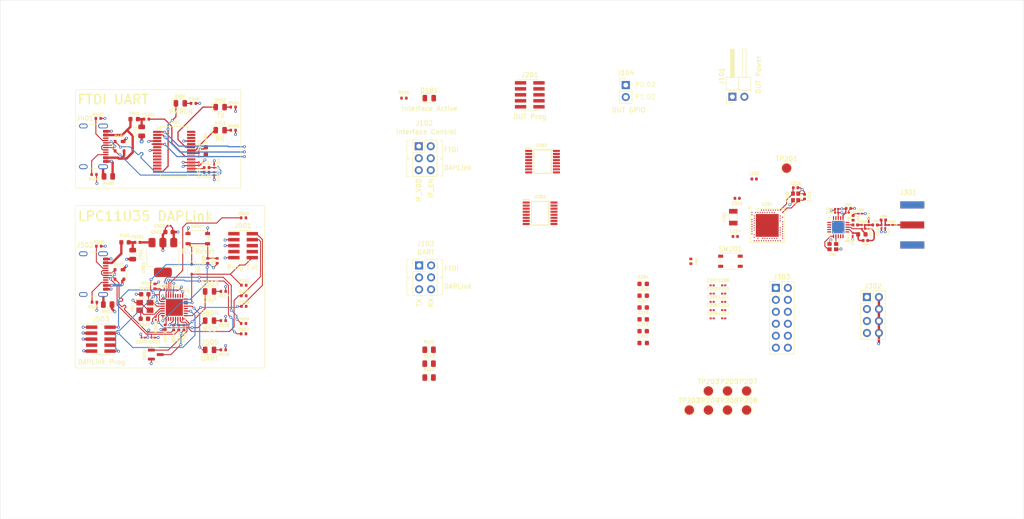
<source format=kicad_pcb>
(kicad_pcb (version 20240108) (generator "pcbnew") (generator_version "8.0")
  (title_block (title "Wake-on-Radio Development Kit"))
  (layers (0 "F.Cu" signal) (1 "In1.Cu" signal) (2 "In2.Cu" signal) (31 "B.Cu" signal) (34 "B.Paste" user) (35 "F.Paste" user) (36 "B.SilkS" user "B.Silkscreen") (37 "F.SilkS" user "F.Silkscreen") (38 "B.Mask" user) (39 "F.Mask" user) (44 "Edge.Cuts" user))
  (net 0 "")
  (net 1 "GND")
  (net 2 "VDD_DUT")
  (net 3 "/Main MCU/DEC4_6")
  (net 4 "/Main MCU/DEC1")
  (net 5 "/Main MCU/DEC2")
  (net 6 "/Main MCU/DEC3")
  (net 7 "/Main MCU/DEC5")
  (net 8 "Net-(U201-XL1{slash}P0.00)")
  (net 9 "Net-(U201-XL2{slash}P0.01)")
  (net 10 "Net-(U201-XC1)")
  (net 11 "Net-(U201-XC2)")
  (net 12 "/Main MCU/NRESET_")
  (net 13 "/VDD_AUX")
  (net 14 "Net-(U301-RXp)")
  (net 15 "Net-(U301-RXn)")
  (net 16 "Net-(C307-Pad2)")
  (net 17 "Net-(C308-Pad1)")
  (net 18 "Net-(C310-Pad1)")
  (net 19 "Net-(C311-Pad1)")
  (net 20 "Net-(J301-In)")
  (net 21 "/3V3_FTDI")
  (net 22 "Net-(C402-Pad1)")
  (net 23 "Net-(U401-VCC)")
  (net 24 "/FT232R/USB_D+")
  (net 25 "/FT232R/USB_D-")
  (net 26 "Net-(C501-Pad1)")
  (net 27 "VDD_PROG")
  (net 28 "Net-(U502-XTALIN)")
  (net 29 "Net-(U502-XTALOUT)")
  (net 30 "/LPC11U35 DAPLink Programmer/IF_NRESET")
  (net 31 "/LPC11U35 DAPLink Programmer/USB_D-")
  (net 32 "/LPC11U35 DAPLink Programmer/USB_D+")
  (net 33 "Net-(D101-K)")
  (net 34 "/IF_EN")
  (net 35 "/FT232R/VBUS")
  (net 36 "Net-(D402-A)")
  (net 37 "Net-(D402-K)")
  (net 38 "Net-(D403-A)")
  (net 39 "Net-(D403-K)")
  (net 40 "Net-(D404-A)")
  (net 41 "Net-(D404-K)")
  (net 42 "Net-(D501-VCC)")
  (net 43 "/LPC11U35 DAPLink Programmer/TGT_NRESET")
  (net 44 "Net-(D502-K)")
  (net 45 "/LPC11U35 DAPLink Programmer/LED_DAP")
  (net 46 "Net-(D503-A)")
  (net 47 "Net-(D504-A)")
  (net 48 "/LPC11U35 DAPLink Programmer/LED_MSD")
  (net 49 "/LPC11U35 DAPLink Programmer/LED_UART")
  (net 50 "Net-(D505-A)")
  (net 51 "Net-(U501-VI)")
  (net 52 "/DTR_DAP")
  (net 53 "/DTR_FTDI")
  (net 54 "/TXD_DUT")
  (net 55 "/RXD_DUT")
  (net 56 "/TXD_DAP")
  (net 57 "/RXD_FTDI")
  (net 58 "/RXD_DAP")
  (net 59 "/TXD_FTDI")
  (net 60 "/P0.02")
  (net 61 "/P1.02")
  (net 62 "/Main MCU/SWDIO")
  (net 63 "/Main MCU/VDD_DUT_OUT")
  (net 66 "/Main MCU/SWCLK")
  (net 67 "/Main MCU/NRESET")
  (net 69 "/Transceiver/GPIO1")
  (net 70 "/Transceiver/GPIO0")
  (net 71 "/Transceiver/GPIO3")
  (net 72 "/Transceiver/GPIO2")
  (net 73 "/Transceiver/NIRQ")
  (net 74 "/Transceiver/MOSI")
  (net 75 "/Transceiver/SDN")
  (net 76 "/Transceiver/MISO")
  (net 77 "/Transceiver/SCLK")
  (net 78 "/Transceiver/NSEL")
  (net 80 "Net-(J401-SHIELD)")
  (net 81 "Net-(J401-CC1)")
  (net 83 "Net-(J401-CC2)")
  (net 85 "/LPC11U35 DAPLink Programmer/TGT_SWCLK")
  (net 89 "/LPC11U35 DAPLink Programmer/TGT_SWDIO")
  (net 90 "Net-(J502-CC1)")
  (net 91 "Net-(J502-SHIELD)")
  (net 93 "Net-(J502-CC2)")
  (net 95 "/LPC11U35 DAPLink Programmer/IF_SWCLK")
  (net 99 "/LPC11U35 DAPLink Programmer/IF_SWDIO")
  (net 100 "/Main MCU/DCC")
  (net 101 "Net-(L201-Pad2)")
  (net 102 "Net-(U301-TX)")
  (net 103 "Net-(Q501-D)")
  (net 104 "/LPC11U35 DAPLink Programmer/USB-SCON")
  (net 105 "/SWDIO")
  (net 106 "/SWCLK")
  (net 107 "/NRESET")
  (net 108 "Net-(U401-USBD+)")
  (net 109 "Net-(U401-USBD-)")
  (net 110 "/LPC11U35 DAPLink Programmer/TGT_NRESET_FB")
  (net 111 "/LPC11U35 DAPLink Programmer/TGT_NRESET_FB_ISP")
  (net 112 "Net-(U502-PIO0_3{slash}USB_VBUS)")
  (net 113 "Net-(U502-USB_DM)")
  (net 114 "Net-(U502-USB_DP)")
  (net 115 "/Main MCU/P0.02_")
  (net 116 "/Main MCU/P0.29_")
  (net 117 "/Main MCU/P0.31_")
  (net 118 "/Main MCU/SWCLK_")
  (net 119 "/Main MCU/SWDIO_")
  (net 120 "Net-(U201-DCCH)")
  (net 135 "/Main MCU/P1.02_")
  (net 162 "Net-(U301-XOUT)")
  (net 163 "Net-(U301-XIN)")
  (footprint "Capacitor_SMD:C_0402_1005Metric" (layer "F.Cu") (at 210.7 77.8 -90)
    (property "Reference" "C215")
    (property "Value" "13pF")
  )
  (footprint "Resistor_SMD:R_0402_1005Metric" (layer "F.Cu") (at 83.965 71.625 180)
    (property "Reference" "R407")
    (property "Value" "33")
  )
  (footprint "Resistor_SMD:R_0402_1005Metric" (layer "F.Cu") (at 79.175 105.575 -90)
    (property "Reference" "R516")
    (property "Value" "1k")
  )
  (footprint "Capacitor_SMD:C_0201_0603Metric" (layer "F.Cu") (at 222.5 81.4)
    (property "Reference" "C306")
    (property "Value" "68pF")
  )
  (footprint "Capacitor_SMD:C_0201_0603Metric" (layer "F.Cu") (at 191.12 98.37)
    (property "Reference" "C202")
    (property "Value" "100nF")
  )
  (footprint "Capacitor_SMD:C_0201_0603Metric" (layer "F.Cu") (at 193.57 100.12)
    (property "Reference" "C211")
    (property "Value" "100pF")
  )
  (footprint "Resistor_SMD:R_0402_1005Metric" (layer "F.Cu") (at 87.5 110.3)
    (property "Reference" "R519")
    (property "Value" "2k2")
  )
  (footprint "Resistor_SMD:R_0402_1005Metric" (layer "F.Cu") (at 69.31 87.5)
    (property "Reference" "FB501")
    (property "Value" "220R/1.0A")
  )
  (footprint "Capacitor_SMD:C_0603_1608Metric" (layer "F.Cu") (at 76 85.3)
    (property "Reference" "C503")
    (property "Value" "10uF")
  )
  (footprint "Resistor_SMD:R_0402_1005Metric" (layer "F.Cu") (at 91.85 98.83)
    (property "Reference" "R502")
    (property "Value" "470")
  )
  (footprint "TestPoint:TestPoint_Pad_D2.0mm" (layer "F.Cu") (at 186.275 123.07)
    (property "Reference" "TP202")
    (property "Value" "TestPoint")
  )
  (footprint "Connector_PinHeader_1.27mm:PinHeader_2x05_P1.27mm_Vertical_SMD" (layer "F.Cu") (at 152.46 56.195)
    (property "Reference" "J201")
    (property "Value" "SWD")
  )
  (footprint "Connector_PinHeader_2.54mm:PinHeader_1x02_P2.54mm_Horizontal" (layer "F.Cu") (at 195.41 56.6 90)
    (property "Reference" "J101")
    (property "Value" "Conn_01x02")
  )
  (footprint "Fuse:Fuse_0603_1608Metric" (layer "F.Cu") (at 68.6125 61.35)
    (property "Reference" "F401")
    (property "Value" "100mA")
  )
  (footprint "Capacitor_SMD:C_0201_0603Metric" (layer "F.Cu") (at 219.75 81.2)
    (property "Reference" "C302")
    (property "Value" "100nF")
  )
  (footprint "Resistor_SMD:R_0402_1005Metric" (layer "F.Cu") (at 61 61.2 180)
    (property "Reference" "R401")
    (property "Value" "5.1k")
  )
  (footprint "TexasInstruments:SOP65P640X120-16N" (layer "F.Cu") (at 154.648 81.32)
    (property "Reference" "U203")
    (property "Value" "TMUX1112PWR" (hide yes))
  )
  (footprint "Button_Switch_SMD:SW_SPST_PTS810" (layer "F.Cu") (at 82.1 86.7)
    (property "Reference" "SW501")
    (property "Value" "SW_Push")
  )
  (footprint "Capacitor_SMD:C_0603_1608Metric" (layer "F.Cu") (at 83.8 68.075 90)
    (property "Reference" "C404")
    (property "Value" "4.7uF")
  )
  (footprint "Button_Switch_SMD:SW_SPST_PTS810" (layer "F.Cu") (at 195 91.5)
    (property "Reference" "SW201")
    (property "Value" "SW_Push")
  )
  (footprint "TestPoint:TestPoint_Pad_D2.0mm" (layer "F.Cu") (at 198.425 123.07)
    (property "Reference" "TP208")
    (property "Value" "TestPoint")
  )
  (footprint "Resistor_SMD:R_0402_1005Metric" (layer "F.Cu") (at 73 96.8 -90)
    (property "Reference" "R512")
    (property "Value" "10k")
  )
  (footprint "LED_SMD:LED_0805_2012Metric" (layer "F.Cu") (at 131.1625 56.9)
    (property "Reference" "D101")
    (property "Value" "Red LED")
  )
  (footprint "NXP:QFN50P500X500X85-33N" (layer "F.Cu") (at 77.13 101.29)
    (property "Reference" "U502")
    (property "Value" "LPC11U35FHI33_501")
  )
  (footprint "Resistor_SMD:R_0402_1005Metric" (layer "F.Cu") (at 60.11 73.1)
    (property "Reference" "R402")
    (property "Value" "5.1k")
  )
  (footprint "Resistor_SMD:R_0805_2012Metric" (layer "F.Cu") (at 131.1225 113.225)
    (property "Reference" "R103")
    (property "Value" "0")
  )
  (footprint "Connector_PinHeader_2.54mm:PinHeader_2x04_P2.54mm_Vertical" (layer "F.Cu") (at 223.925 99.1)
    (property "Reference" "J302")
    (property "Value" "Conn_02x04_Odd_Even")
  )
  (footprint "Capacitor_SMD:C_0201_0603Metric" (layer "F.Cu") (at 72.6 107.7 180)
    (property "Reference" "C510")
    (property "Value" "33pF")
  )
  (footprint "Resistor_SMD:R_0805_2012Metric" (layer "F.Cu") (at 131.1225 116.175)
    (property "Reference" "R104")
    (property "Value" "0")
  )
  (footprint "Resistor_SMD:R_0402_1005Metric" (layer "F.Cu") (at 83.965 72.625 180)
    (property "Reference" "R403")
    (property "Value" "33")
  )
  (footprint "Connector_USB:USB_C_Receptacle_GCT_USB4105-xx-A_16P_TopMnt_Horizontal" (layer "F.Cu") (at 58.92 67.13 -90)
    (property "Reference" "J401")
    (property "Value" "USB_C_Receptacle_USB2.0_16P")
  )
  (footprint "LED_SMD:LED_0805_2012Metric" (layer "F.Cu") (at 84.6 104.1)
    (property "Reference" "D504")
    (property "Value" "Red LED")
  )
  (footprint "TestPoint:TestPoint_Pad_D2.0mm" (layer "F.Cu") (at 190.325 123.07)
    (property "Reference" "TP204")
    (property "Value" "TestPoint")
  )
  (footprint "Resistor_SMD:R_0402_1005Metric" (layer "F.Cu") (at 71.21 61.35)
    (property "Reference" "FB401")
    (property "Value" "220R/1.0A")
  )
  (footprint "Fuse:Fuse_0603_1608Metric" (layer "F.Cu") (at 66.6775 87.49)
    (property "Reference" "F501")
    (property "Value" "100mA")
  )
  (footprint "Capacitor_SMD:C_0201_0603Metric" (layer "F.Cu") (at 217.5 80.4 180)
    (property "Reference" "C303")
    (property "Value" "100pF")
  )
  (footprint "Connector_PinHeader_2.54mm:PinHeader_2x03_P2.54mm_Vertical" (layer "F.Cu") (at 129.01 92.385)
    (property "Reference" "J103")
    (property "Value" "Conn_02x03_Odd_Even")
  )
  (footprint "Resistor_SMD:R_0402_1005Metric" (layer "F.Cu") (at 84.2 91.4 -90)
    (property "Reference" "R508")
    (property "Value" "33")
  )
  (footprint "Capacitor_SMD:C_0201_0603Metric" (layer "F.Cu") (at 223.15 83.8)
    (property "Reference" "C308")
    (property "Value" "33pF")
  )
  (footprint "Resistor_SMD:R_0402_1005Metric" (layer "F.Cu") (at 89.6 63.7 180)
    (property "Reference" "R405")
    (property "Value" "2k2")
  )
  (footprint "Resistor_SMD:R_0402_1005Metric" (layer "F.Cu") (at 87.5 97.9)
    (property "Reference" "R517")
    (property "Value" "2k2")
  )
  (footprint "Connector_Coaxial:SMA_Amphenol_132289_EdgeMount" (layer "F.Cu") (at 233.5375 83.8)
    (property "Reference" "J301")
    (property "Value" "SMA")
  )
  (footprint "Resistor_SMD:R_0402_1005Metric" (layer "F.Cu") (at 91.8 104.7)
    (property "Reference" "R509")
    (property "Value" "470")
  )
  (footprint "Capacitor_SMD:C_0201_0603Metric" (layer "F.Cu") (at 193.57 98.37)
    (property "Reference" "C210")
    (property "Value" "N.C.")
  )
  (footprint "Capacitor_SMD:C_0201_0603Metric" (layer "F.Cu") (at 82.3 68.95 90)
    (property "Reference" "C403")
    (property "Value" "100nF")
  )
  (footprint "Resistor_SMD:R_0402_1005Metric" (layer "F.Cu") (at 60.2 100.19)
    (property "Reference" "R505")
    (property "Value" "5.1k")
  )
  (footprint "Capacitor_SMD:C_0402_1005Metric" (layer "F.Cu") (at 196.42 78.15 180)
    (property "Reference" "C213")
    (property "Value" "22pF")
  )
  (footprint "Capacitor_SMD:C_0201_0603Metric" (layer "F.Cu") (at 223.15 84.6)
    (property "Reference" "C307")
    (property "Value" "1.0pF")
  )
  (footprint "Inductor_SMD:L_0402_1005Metric" (layer "F.Cu") (at 221 82.3 90)
    (property "Reference" "L301")
    (property "Value" "120nH")
  )
  (footprint "Resistor_SMD:R_0402_1005Metric" (layer "F.Cu") (at 125.79 56.9)
    (property "Reference" "R101")
    (property "Value" "2k2")
  )
  (footprint "Capacitor_SMD:C_0603_1608Metric" (layer "F.Cu") (at 176.5 101.32)
    (property "Reference" "C207")
    (property "Value" "1uF")
  )
  (footprint "Capacitor_SMD:C_0402_1005Metric" (layer "F.Cu") (at 220 80.3)
    (property "Reference" "C301")
    (property "Value" "2.2uF")
  )
  (footprint "Resistor_SMD:R_0402_1005Metric" (layer "F.Cu") (at 91.85 101.0675)
    (property "Reference" "R503")
    (property "Value" "470")
  )
  (footprint "Resistor_SMD:R_0402_1005Metric" (layer "F.Cu") (at 87.5 104.1)
    (property "Reference" "R518")
    (property "Value" "2k2")
  )
  (footprint "LED_SMD:LED_0805_2012Metric" (layer "F.Cu") (at 86.8375 58.8)
    (property "Reference" "D402")
    (property "Value" "Red LED")
  )
  (footprint "Crystal:Crystal_SMD_2016-4Pin_2.0x1.6mm" (layer "F.Cu") (at 208.8 77.85 90)
    (property "Reference" "Y202")
    (property "Value" "32MHz")
  )
  (footprint "Capacitor_SMD:C_0201_0603Metric" (layer "F.Cu") (at 193.57 96.62)
    (property "Reference" "C209")
    (property "Value" "100nF")
  )
  (footprint "Capacitor_SMD:C_0201_0603Metric" (layer "F.Cu") (at 227.01 84.155 -90)
    (property "Reference" "C310")
    (property "Value" "10pF")
  )
  (footprint "Capacitor_SMD:C_0201_0603Metric" (layer "F.Cu") (at 74.665 97.6)
    (property "Reference" "C508")
    (property "Value" "100nF")
  )
  (footprint "Capacitor_SMD:C_0201_0603Metric" (layer "F.Cu") (at 224.3 83.5 90)
    (property "Reference" "C309")
    (property "Value" "5.1pF")
  )
  (footprint "Resistor_SMD:R_0402_1005Metric" (layer "F.Cu") (at 78.075 105.575 -90)
    (property "Reference" "R515")
    (property "Value" "33")
  )
  (footprint "Connector_PinHeader_1.27mm:PinHeader_2x05_P1.27mm_Vertical_SMD" (layer "F.Cu") (at 61.55 108.03)
    (property "Reference" "J503")
    (property "Value" "SWD")
  )
  (footprint "Resistor_SMD:R_0402_1005Metric" (layer "F.Cu") (at 75.2 105.5 90)
    (property "Reference" "R513")
    (property "Value" "10k")
  )
  (footprint "Capacitor_SMD:C_0603_1608Metric" (layer "F.Cu") (at 176.5 103.83)
    (property "Reference" "C218")
    (property "Value" "1uF")
  )
  (footprint "Resistor_SMD:R_0402_1005Metric" (layer "F.Cu") (at 61.11 88.3)
    (property "Reference" "R506")
    (property "Value" "5.1k")
  )
  (footprint "Capacitor_SMD:C_0201_0603Metric" (layer "F.Cu") (at 70.5 107.7)
    (property "Reference" "C509")
    (property "Value" "33pF")
  )
  (footprint "Capacitor_SMD:C_0402_1005Metric" (layer "F.Cu") (at 196.02 86.25)
    (property "Reference" "C214")
    (property "Value" "22pF")
  )
  (footprint "Capacitor_SMD:C_0201_0603Metric" (layer "F.Cu") (at 217.5 81.2 180)
    (property "Reference" "C304")
    (property "Value" "33pF")
  )
  (footprint "Package_TO_SOT_SMD:SOT-223" (layer "F.Cu") (at 74.7 90.7 -90)
    (property "Reference" "U501")
    (property "Value" "TLV1117-33")
  )
  (footprint "Connector_PinHeader_2.54mm:PinHeader_2x03_P2.54mm_Vertical" (layer "F.Cu") (at 128.935 67.1)
    (property "Reference" "J102")
    (property "Value" "Conn_02x03_Odd_Even")
  )
  (footprint "TestPoint:TestPoint_Pad_D2.0mm" (layer "F.Cu") (at 194.375 123.07)
    (property "Reference" "TP206")
    (property "Value" "TestPoint")
  )
  (footprint "Package_TO_SOT_SMD:SOT-143" (layer "F.Cu") (at 65.5 94.3 -90)
    (property "Reference" "D501")
    (property "Value" "PRTR5V0U2X")
  )
  (footprint "Resistor_SMD:R_0402_1005Metric" (layer "F.Cu") (at 76.975 105.575 -90)
    (property "Reference" "R514")
    (property "Value" "33")
  )
  (footprint "Diode_SMD:D_SOD-323" (layer "F.Cu") (at 80.8 93.2 -90)
    (property "Reference" "D502")
    (property "Value" "BAT60J")
  )
  (footprint "Capacitor_SMD:C_0603_1608Metric" (layer "F.Cu") (at 70.775 103.7)
    (property "Reference" "C507")
    (property "Value" "18pF")
  )
  (footprint "Package_TO_SOT_SMD:SOT-143" (layer "F.Cu") (at 65.525 67.1 -90)
    (property "Reference" "D401")
    (property "Value" "PRTR5V0U2X")
  )
  (footprint "Capacitor_SMD:C_0201_0603Metric" (layer "F.Cu") (at 227.81 84.145 -90)
    (property "Reference" "C311")
    (property "Value" "5.1pF")
  )
  (footprint "Capacitor_SMD:C_0201_0603Metric" (layer "F.Cu") (at 76 84)
    (property "Reference" "C502")
    (property "Value" "100nF")
  )
  (footprint "Package_SO:SSOP-28_5.3x10.2mm_P0.65mm" (layer "F.Cu") (at 77.1 68.275)
    (property "Reference" "U401")
    (property "Value" "FT232RL")
  )
  (footprint "Resistor_SMD:R_0402_1005Metric" (layer "F.Cu") (at 91.85 96.5925)
    (property "Reference" "R501")
    (property "Value" "470")
  )
  (footprint "Resistor_SMD:R_0402_1005Metric" (layer "F.Cu") (at 86.2 91.4 -90)
    (property "Reference" "R504")
    (property "Value" "33")
  )
  (footprint "Connector_PinHeader_2.54mm:PinHeader_2x06_P2.54mm_Vertical" (layer "F.Cu") (at 204.625 97.15)
    (property "Reference" "J303")
    (property "Value" "Conn_02x06_Odd_Even")
  )
  (footprint "Package_DFN_QFN:QFN-20-1EP_4x4mm_P0.5mm_EP2.6x2.6mm_ThermalVias" (layer "F.Cu") (at 217.85 84.275 180)
    (property "Reference" "U301")
    (property "Value" "Si4467")
  )
  (footprint "Crystal:Crystal_SMD_3215-2Pin_3.2x1.5mm" (layer "F.Cu") (at 195.6 82.15 -90)
    (property "Reference" "Y201")
    (property "Value" "32.768kHz")
  )
  (footprint "Crystal:Crystal_SMD_2016-4Pin_2.0x1.6mm" (layer "F.Cu") (at 216.7 88.4 180)
    (property "Reference" "Y301")
    (property "Value" "26MHz")
  )
  (footprint "Resistor_SMD:R_0805_2012Metric" (layer "F.Cu") (at 131.1225 110.275)
    (property "Reference" "R102")
    (property "Value" "0")
  )
  (footprint "Capacitor_SMD:C_0201_0603Metric" (layer "F.Cu") (at 77.275 97.685)
    (property "Reference" "C504")
    (property "Value" "100nF")
  )
  (footprint "Capacitor_SMD:C_0805_2012Metric" (layer "F.Cu") (at 70.2 63.95 -90)
    (property "Reference" "C402")
    (property "Value" "10nF")
  )
  (footprint "Capacitor_SMD:C_0603_1608Metric" (layer "F.Cu") (at 176.5 106.34)
    (property "Reference" "C219")
    (property "Value" "1uF")
  )
  (footprint "TestPoint:TestPoint_Pad_D2.0mm" (layer "F.Cu") (at 194.375 119.02)
    (property "Reference" "TP205")
    (property "Value" "TestPoint")
  )
  (footprint "TestPoint:TestPoint_Pad_D2.0mm" (layer "F.Cu") (at 198.425 119.02)
    (property "Reference" "TP207")
    (property "Value" "TestPoint")
  )
  (footprint "Capacitor_SMD:C_0201_0603Metric" (layer "F.Cu") (at 82.3 70.85 90)
    (property "Reference" "C401")
    (property "Value" "100nF")
  )
  (footprint "Capacitor_SMD:C_0201_0603Metric" (layer "F.Cu") (at 191.12 96.62)
    (property "Reference" "C201")
    (property "Value" "100nF")
  )
  (footprint "TexasInstruments:SOP65P640X120-16N" (layer "F.Cu") (at 155.172 70.37)
    (property "Reference" "U202")
    (property "Value" "TMUX1112PWR" (hide yes))
  )
  (footprint "TestPoint:TestPoint_Pad_D2.0mm" (layer "F.Cu") (at 190.325 119.02)
    (property "Reference" "TP203")
    (property "Value" "TestPoint")
  )
  (footprint "Capacitor_SMD:C_0201_0603Metric" (layer "F.Cu") (at 73.175 103.6 -90)
    (property "Reference" "C505")
    (property "Value" "100nF")
  )
  (footprint "Connector_PinHeader_1.27mm:PinHeader_2x05_P1.27mm_Vertical_SMD" (layer "F.Cu") (at 91.7 88.2)
    (property "Reference" "J501")
    (property "Value" "SWD")
  )
  (footprint "Capacitor_SMD:C_0603_1608Metric" (layer "F.Cu") (at 176.5 96.3)
    (property "Reference" "C204")
    (property "Value" "1uF")
  )
  (footprint "Inductor_SMD:L_0402_1005Metric" (layer "F.Cu") (at 227.41 82.75)
    (property "Reference" "L306")
    (property "Value" "6.8nH")
  )
  (footprint "Resistor_SMD:R_0402_1005Metric" (layer "F.Cu") (at 186.6 91.51 -90)
    (property "Reference" "R201")
    (property "Value" "10k")
  )
  (footprint "LED_SMD:LED_0805_2012Metric" (layer "F.Cu") (at 84.6 110.3)
    (property "Reference" "D505")
    (property "Value" "Red LED")
  )
  (footprint "Package_DFN_QFN:Nordic_AQFN-73-1EP_7x7mm_P0.5mm" (layer "F.Cu") (at 202.8 83.9)
    (property "Reference" "U201")
    (property "Value" "nRF52840")
  )
  (footprint "LED_SMD:LED_0805_2012Metric" (layer "F.Cu") (at 84.6 97.9)
    (property "Reference" "D503")
    (property "Value" "Red LED")
  )
  (footprint "Capacitor_SMD:C_0201_0603Metric" (layer "F.Cu") (at 220.9 85.8 -90)
    (property "Reference" "C305")
    (property "Value" "3pF")
  )
  (footprint "Resistor_SMD:R_0402_1005Metric" (layer "F.Cu") (at 91.8 106.9)
    (property "Reference" "R507")
    (property "Value" "470")
  )
  (footprint "Capacitor_SMD:C_0201_0603Metric" (layer "F.Cu") (at 85.565 71.325 -90)
    (property "Reference" "C406")
    (property "Value" "33pF")
  )
  (footprint "Resistor_SMD:R_0402_1005Metric" (layer "F.Cu") (at 89.6 58.8 180)
    (property "Reference" "R404")
    (property "Value" "2k2")
  )
  (footprint "Capacitor_SMD:C_0201_0603Metric" (layer "F.Cu") (at 193.57 101.87)
    (property "Reference" "C212")
    (property "Value" "820pF")
  )
  (footprint "Resistor_SMD:R_0402_1005Metric" (layer "F.Cu") (at 91.8 82.3)
    (property "Reference" "R510")
    (property "Value" "470")
  )
  (footprint "Inductor_SMD:L_0603_1608Metric" (layer "F.Cu") (at 176.5 108.85)
    (property "Reference" "L201")
    (property "Value" "10μH")
  )
  (footprint "Capacitor_SMD:C_0603_1608Metric" (layer "F.Cu") (at 176.5 98.81)
    (property "Reference" "C205")
    (property "Value" "4.7uF")
  )
  (footprint "Resistor_SMD:R_0805_2012Metric" (layer "F.Cu") (at 63.1375 73.5)
    (property "Reference" "R408")
    (property "Value" "0")
  )
  (footprint "TestPoint:TestPoint_Pad_D2.0mm" (layer "F.Cu") (at 206.9 71.75)
    (property "Reference" "TP201")
    (property "Value" "TestPoint")
  )
  (footprint "Connector_PinHeader_2.54mm:PinHeader_1x02_P2.54mm_Vertical" (layer "F.Cu") (at 172.81 54.125)
    (property "Reference" "J104")
    (property "Value" "Conn_01x02")
  )
  (footprint "Connector_USB:USB_C_Receptacle_GCT_USB4105-xx-A_16P_TopMnt_Horizontal" (layer "F.Cu") (at 58.905 94.235 -90)
    (property "Reference" "J502")
    (property "Value" "USB_C_Receptacle_USB2.0_16P")
  )
  (footprint "Inductor_SMD:L_0402_1005Metric" (layer "F.Cu") (at 223.6 87.1)
    (property "Reference" "L304")
    (property "Value" "24nH")
  )
  (footprint "Capacitor_SMD:C_0201_0603Metric" (layer "F.Cu") (at 85.565 72.925 90)
    (property "Reference" "C405")
    (property "Value" "33pF")
  )
  (footprint "Crystal:Crystal_SMD_SeikoEpson_TSX3225-4Pin_3.2x2.5mm" (layer "F.Cu") (at 70.875 101.1 180)
    (property "Reference" "Y501")
    (property "Value" "12MHz")
  )
  (footprint "Capacitor_SMD:C_0201_0603Metric" (layer "F.Cu") (at 191.12 101.87)
    (property "Reference" "C206")
    (property "Value" "100nF")
  )
  (footprint "Inductor_SMD:L_0402_1005Metric" (layer "F.Cu") (at 221.45 83.8)
    (property "Reference" "L303")
    (property "Value" "8.2nH")
  )
  (footprint "Capacitor_SMD:C_0201_0603Metric" (layer "F.Cu") (at 191.12 100.12)
    (property "Reference" "C203")
    (property "Value" "100nF")
  )
  (footprint "Capacitor_SMD:C_0805_2012Metric" (layer "F.Cu") (at 68.3 90.1 -90)
    (property "Reference" "C501")
    (property "Value" "10nF")
  )
  (footprint "Inductor_SMD:L_0402_1005Metric" (layer "F.Cu") (at 225.65 83.8)
    (property "Reference" "L305")
    (property "Value" "6.8nH")
  )
  (footprint "Capacitor_SMD:C_0402_1005Metric" (layer "F.Cu") (at 208.8 75.9 180)
    (property "Reference" "C216")
    (property "Value" "13pF")
  )
  (footprint "Package_TO_SOT_SMD:SOT-23" (layer "F.Cu") (at 73.2 111.3)
    (property "Reference" "Q501")
    (property "Value" "BSS84")
  )
  (footprint "Capacitor_SMD:C_0603_1608Metric" (layer "F.Cu") (at 70.875 98.5 180)
    (property "Reference" "C506")
    (property "Value" "18pF")
  )
  (footprint "Capacitor_SMD:C_0201_0603Metric" (layer "F.Cu") (at 228.965 83.8)
    (property "Reference" "C312")
    (property "Value" "68pF")
  )
  (footprint "Resistor_SMD:R_0805_2012Metric" (layer "F.Cu") (at 63 100.7)
    (property "Reference" "R511")
    (property "Value" "0")
  )
  (footprint "LED_SMD:LED_0805_2012Metric" (layer "F.Cu") (at 78.4 58)
    (property "Reference" "D404")
    (property "Value" "Red LED")
  )
  (footprint "Inductor_SMD:L_0402_1005Metric" (layer "F.Cu") (at 200.015 74.05)
    (property "Reference" "L202")
    (property "Value" "15nH")
  )
  (footprint "LED_SMD:LED_0805_2012Metric" (layer "F.Cu") (at 86.8375 63.7)
    (property "Reference" "D403")
    (property "Value" "Red LED")
  )
  (footprint "Capacitor_SMD:C_0201_0603Metric" (layer "F.Cu") (at 193.57 103.62)
    (property "Reference" "C217")
    (property "Value" "100nF")
  )
  (footprint "Resistor_SMD:R_0402_1005Metric" (layer "F.Cu") (at 81.1725 58 180)
    (property "Reference" "R406")
    (property "Value" "2k2")
  )
  (footprint "Capacitor_SMD:C_0201_0603Metric" (layer "F.Cu") (at 191.12 103.62)
    (property "Reference" "C208")
    (property "Value" "47nF")
  )
  (footprint "Inductor_SMD:L_0603_1608Metric" (layer "F.Cu") (at 222.85 85.8)
    (property "Reference" "L302")
    (property "Value" "20nH")
  )
  (gr_rect (start 56.11 79.7) (end 96.3 114.125) (stroke (width 0.1)) (fill none) (layer "F.SilkS"))
  (gr_line (start 134.01 94.825) (end 133.51 94.825) (stroke (width 0.1)) (layer "F.SilkS"))
  (gr_line (start 133.96 69.825) (end 133.96 73.425) (stroke (width 0.1)) (layer "F.SilkS"))
  (gr_line (start 133.96 69.625) (end 133.46 69.625) (stroke (width 0.1)) (layer "F.SilkS"))
  (gr_line (start 133.46 69.825) (end 133.96 69.825) (stroke (width 0.1)) (layer "F.SilkS"))
  (gr_line (start 134.01 91.125) (end 134.01 94.825) (stroke (width 0.1)) (layer "F.SilkS"))
  (gr_line (start 134.01 98.625) (end 133.51 98.625) (stroke (width 0.1)) (layer "F.SilkS"))
  (gr_line (start 133.51 95.025) (end 134.01 95.025) (stroke (width 0.1)) (layer "F.SilkS"))
  (gr_line (start 134.01 95.025) (end 134.01 98.625) (stroke (width 0.1)) (layer "F.SilkS"))
  (gr_line (start 127.01 91.125) (end 126.41 91.125) (stroke (width 0.1)) (layer "F.SilkS"))
  (gr_line (start 126.41 98.725) (end 127.01 98.725) (stroke (width 0.1)) (layer "F.SilkS"))
  (gr_line (start 126.41 69.825) (end 126.41 73.525) (stroke (width 0.1)) (layer "F.SilkS"))
  (gr_line (start 133.51 91.125) (end 134.01 91.125) (stroke (width 0.1)) (layer "F.SilkS"))
  (gr_line (start 127.01 69.825) (end 126.41 69.825) (stroke (width 0.1)) (layer "F.SilkS"))
  (gr_line (start 127.01 95.025) (end 126.41 95.025) (stroke (width 0.1)) (layer "F.SilkS"))
  (gr_rect (start 56.175 55.1) (end 91.2 76) (stroke (width 0.1)) (fill none) (layer "F.SilkS"))
  (gr_line (start 126.41 69.625) (end 127.01 69.625) (stroke (width 0.1)) (layer "F.SilkS"))
  (gr_line (start 126.41 91.125) (end 126.41 94.825) (stroke (width 0.1)) (layer "F.SilkS"))
  (gr_line (start 126.41 65.925) (end 126.41 69.625) (stroke (width 0.1)) (layer "F.SilkS"))
  (gr_line (start 133.96 65.925) (end 133.96 69.625) (stroke (width 0.1)) (layer "F.SilkS"))
  (gr_line (start 126.41 73.525) (end 127.01 73.525) (stroke (width 0.1)) (layer "F.SilkS"))
  (gr_line (start 127.01 65.925) (end 126.41 65.925) (stroke (width 0.1)) (layer "F.SilkS"))
  (gr_line (start 126.41 94.825) (end 127.01 94.825) (stroke (width 0.1)) (layer "F.SilkS"))
  (gr_line (start 133.96 73.425) (end 133.46 73.425) (stroke (width 0.1)) (layer "F.SilkS"))
  (gr_line (start 133.46 65.925) (end 133.96 65.925) (stroke (width 0.1)) (layer "F.SilkS"))
  (gr_line (start 126.41 95.025) (end 126.41 98.725) (stroke (width 0.1)) (layer "F.SilkS"))
  (gr_rect (start 40.2 36.1) (end 257.2 146.2) (stroke (width 0.05)) (fill none) (layer "Edge.Cuts"))
  (gr_text "DUT GPIO" (at 169.8 60 0) (layer "F.SilkS") (effects (font (size 1 1)) (justify left bottom)))
  (gr_text "Interface Active" (at 125.2525 59.675 0) (layer "F.SilkS") (effects (font (size 1 1)) (justify left bottom)))
  (gr_text "DAPLink" (at 134.21 97.425 0) (layer "F.SilkS") (effects (font (size 1 1)) (justify left bottom)))
  (gr_text "DAPLink" (at 134.16 72.225 0) (layer "F.SilkS") (effects (font (size 1 1)) (justify left bottom)))
  (gr_text "TX" (at 129.61 101.265 90) (layer "F.SilkS") (effects (font (size 1 1)) (justify left bottom)))
  (gr_text "Prog Ext" (at 88.19 93.385 0) (layer "F.SilkS") (effects (font (size 1 1)) (justify left bottom)))
  (gr_text "LPC11U35 DAPLink" (at 56.5 83.1 0) (layer "F.SilkS") (effects (font (size 2 2) (thickness 0.3)) (justify left bottom)))
  (gr_text "FTDI" (at 134.16 68.425 0) (layer "F.SilkS") (effects (font (size 1 1)) (justify left bottom)))
  (gr_text "DAPLink Prog" (at 56.59 113.445 0) (layer "F.SilkS") (effects (font (size 1 1)) (justify left bottom)))
  (gr_text "BL/Reset" (at 78.59 89.985 0) (layer "F.SilkS") (effects (font (size 1 1)) (justify left bottom)))
  (gr_text "DAP" (at 83.1375 100.3 0) (layer "F.SilkS") (effects (font (size 1 1)) (justify left bottom)))
  (gr_text "FTDI" (at 134.21 93.625 0) (layer "F.SilkS") (effects (font (size 1 1)) (justify left bottom)))
  (gr_text "P1.02" (at 174.71 57.2 0) (layer "F.SilkS") (effects (font (size 1 1) (thickness 0.1)) (justify left bottom)))
  (gr_text "P0.02" (at 174.71 54.6 0) (layer "F.SilkS") (effects (font (size 1 1) (thickness 0.1)) (justify left bottom)))
  (gr_text "UART" (at 128.51 90.165 0) (layer "F.SilkS") (effects (font (size 1 1)) (justify left bottom)))
  (gr_text "IF_VDD" (at 129.51 79.025 90) (layer "F.SilkS") (effects (font (size 1 1)) (justify left bottom)))
  (gr_text "UART" (at 82.6625 112.7 0) (layer "F.SilkS") (effects (font (size 1 1)) (justify left bottom)))
  (gr_text "DUT Power" (at 201.5 56 90) (layer "F.SilkS") (effects (font (size 1 1)) (justify left bottom)))
  (gr_text "TX" (at 86 61.2 0) (layer "F.SilkS") (effects (font (size 1 1)) (justify left bottom)))
  (gr_text "IF_EN" (at 132.11 78.125 90) (layer "F.SilkS") (effects (font (size 1 1)) (justify left bottom)))
  (gr_text "FTDI UART" (at 56.425 58.35 0) (layer "F.SilkS") (effects (font (size 2 2) (thickness 0.3)) (justify left bottom)))
  (gr_text "DUT Prog" (at 148.9 61.4 0) (layer "F.SilkS") (effects (font (size 1 1)) (justify left bottom)))
  (gr_text "RX" (at 132.11 101.365 90) (layer "F.SilkS") (effects (font (size 1 1)) (justify left bottom)))
  (gr_text "PWREN	" (at 75.8625 60.4 0) (layer "F.SilkS") (effects (font (size 1 1)) (justify left bottom)))
  (gr_text "MSD" (at 83 106.5 0) (layer "F.SilkS") (effects (font (size 1 1)) (justify left bottom)))
  (gr_text "Interface Control" (at 124.01 64.625 0) (layer "F.SilkS") (effects (font (size 1 1)) (justify left bottom)))
  (gr_text "RX" (at 85.7 66.1 0) (layer "F.SilkS") (effects (font (size 1 1)) (justify left bottom)))
  (segment (start 71.975 101.9) (end 71.59 101.9) (width 0.2) (layer "F.Cu") (net 1))
  (segment (start 64.05 70.55) (end 63.8 70.3) (width 0.5) (layer "F.Cu") (net 1))
  (segment (start 224.3 83.081708) (end 224.2976 83.084108) (width 0.29337) (layer "F.Cu") (net 1))
  (segment (start 89.75 86.93) (end 87.97 86.93) (width 0.2) (layer "F.Cu") (net 1))
  (segment (start 82.6 67.7) (end 83.4 67.7) (width 0.25) (layer "F.Cu") (net 1))
  (segment (start 69.08 98.5) (end 69.065 98.485) (width 0.2) (layer "F.Cu") (net 1))
  (segment (start 62.6 70.33) (end 63.77 70.33) (width 0.5) (layer "F.Cu") (net 1))
  (segment (start 63.9125 100.7) (end 63.9125 101.6125) (width 0.5) (layer "F.Cu") (net 1))
  (segment (start 85.565 73.245) (end 85.565 74.165) (width 0.25) (layer "F.Cu") (net 1))
  (segment (start 57.86 106.76) (end 57.8 106.7) (width 0.5) (layer "F.Cu") (net 1))
  (segment (start 68.3 91.05) (end 67.05 91.05) (width 0.5) (layer "F.Cu") (net 1))
  (segment (start 220.07 81.2) (end 220.07 80.71) (width 0.2) (layer "F.Cu") (net 1))
  (segment (start 70.18 107.18) (end 70 107) (width 0.2) (layer "F.Cu") (net 1))
  (segment (start 84.175 84.425) (end 84.2 84.4) (width 0.2) (layer "F.Cu") (net 1))
  (segment (start 82.28 70.55) (end 82.3 70.53) (width 0.25) (layer "F.Cu") (net 1))
  (segment (start 210.7 76.8) (end 210.2 76.3) (width 0.2) (layer "F.Cu") (net 1))
  (segment (start 63.665 97.435) (end 63.7 97.4) (width 0.5) (layer "F.Cu") (net 1))
  (segment (start 62.6 63.93) (end 63.77 63.93) (width 0.5) (layer "F.Cu") (net 1))
  (segment (start 209.9 76.6) (end 210.2 76.3) (width 0.2) (layer "F.Cu") (net 1))
  (segment (start 66.25 93.25) (end 67 92.5) (width 0.5) (layer "F.Cu") (net 1))
  (segment (start 61.62 88.3) (end 62.5 88.3) (width 0.2) (layer "F.Cu") (net 1))
  (segment (start 70.2 64.9) (end 70.2 66.1) (width 0.5) (layer "F.Cu") (net 1))
  (segment (start 82.3 68) (end 82.3 68.63) (width 0.25) (layer "F.Cu") (net 1))
  (segment (start 83.4 67.7) (end 83.8 67.3) (width 0.25) (layer "F.Cu") (net 1))
  (segment (start 227 85.25) (end 227 84.485) (width 0.29337) (layer "F.Cu") (net 1))
  (segment (start 80.025 84.475) (end 80.1 84.4) (width 0.2) (layer "F.Cu") (net 1))
  (segment (start 218.35 88.95) (end 218.4 88.9) (width 0.2) (layer "F.Cu") (net 1))
  (segment (start 224.3 82.45) (end 224.3 83.081708) (width 0.29337) (layer "F.Cu") (net 1))
  (segment (start 85.565 74.165) (end 85.6 74.2) (width 0.25) (layer "F.Cu") (net 1))
  (segment (start 210.7 77.32) (end 210.7 76.8) (width 0.2) (layer "F.Cu") (net 1))
  (segment (start 209.35 75.97) (end 209.28 75.9) (width 0.2) (layer "F.Cu") (net 1))
  (segment (start 222.82 81.4) (end 223.6 81.4) (width 0.2) (layer "F.Cu") (net 1))
  (segment (start 220.07 80.71) (end 220.48 80.3) (width 0.2) (layer "F.Cu") (net 1))
  (segment (start 89.75 88.2) (end 87.9 88.2) (width 0.2) (layer "F.Cu") (net 1))
  (segment (start 209.35 77.15) (end 209.9 76.6) (width 0.2) (layer "F.Cu") (net 1))
  (segment (start 226.465 104.18) (end 226.465 106.72) (width 0.5) (layer "F.Cu") (net 1))
  (segment (start 76.775 85.3) (end 77.9 85.3) (width 0.5) (layer "F.Cu") (net 1))
  (segment (start 66.275 66.1) (end 66.3 66.1) (width 0.5) (layer "F.Cu") (net 1))
  (segment (start 216 87.24853) (end 216.274265 86.974265) (width 0.2) (layer "F.Cu") (net 1))
  (segment (start 80.7 70.55) (end 82.28 70.55) (width 0.25) (layer "F.Cu") (net 1))
  (segment (start 227.81 84.465) (end 227.81 85.225858) (width 0.29337) (layer "F.Cu") (net 1))
  (segment (start 216 87.85) (end 216 87.24853) (width 0.2) (layer "F.Cu") (net 1))
  (segment (start 217.18 80.7) (end 217.18 80.4) (width 0.2) (layer "F.Cu") (net 1))
  (segment (start 59.6 110.57) (end 57.97 110.57) (width 0.5) (layer "F.Cu") (net 1))
  (segment (start 74.985 97.6) (end 74.985 96.795) (width 0.2) (layer "F.Cu") (net 1))
  (segment (start 70.1 98.5) (end 69.08 98.5) (width 0.2) (layer "F.Cu") (net 1))
  (segment (start 60.62 73.1) (end 60.62 74.92) (width 0.2) (layer "F.Cu") (net 1))
  (segment (start 79.05 70.55) (end 79 70.5) (width 0.25) (layer "F.Cu") (net 1))
  (segment (start 80.7 70.55) (end 79.05 70.55) (width 0.25) (layer "F.Cu") (net 1))
  (segment (start 220.48 80.3) (end 221.3 80.3) (width 0.2) (layer "F.Cu") (net 1))
  (segment (start 217.18 80.7) (end 216.4 80.7) (width 0.2) (layer "F.Cu") (net 1))
  (segment (start 85.565 70.235) (end 85.6 70.2) (width 0.25) (layer "F.Cu") (net 1))
  (segment (start 80.025 85.625) (end 80.025 84.475) (width 0.2) (layer "F.Cu") (net 1))
  (segment (start 57.97 110.57) (end 57.9 110.5) (width 0.5) (layer "F.Cu") (net 1))
  (segment (start 69.99 100.3) (end 69.775 100.3) (width 0.2) (layer "F.Cu") (net 1))
  (segment (start 220.9 86.12) (end 220.9 86.85) (width 0.29337) (layer "F.Cu") (net 1))
  (segment (start 61.51 61.2) (end 62.4 61.2) (width 0.2) (layer "F.Cu") (net 1))
  (segment (start 71.59 101.9) (end 69.99 100.3) (width 0.2) (layer "F.Cu") (net 1))
  (segment (start 67.05 91.05) (end 67 91.1) (width 0.5) (layer "F.Cu") (net 1))
  (segment (start 60.71 100.19) (end 60.71 101.89) (width 0.2) (layer "F.Cu") (net 1))
  (segment (start 76.775 85.3) (end 76.775 84.455) (width 0.25) (layer "F.Cu") (net 1))
  (segment (start 66.3 66.1) (end 67 65.4) (width 0.5) (layer "F.Cu") (net 1))
  (segment (start 59.6 106.76) (end 57.86 106.76) (width 0.5) (layer "F.Cu") (net 1))
  (segment (start 208.25 78.55) (end 208.25 78.85) (width 0.2) (layer "F.Cu") (net 1))
  (segment (start 63.77 63.93) (end 63.8 63.9) (width 0.5) (layer "F.Cu") (net 1))
  (segment (start 208.25 78.85) (end 207.6 79.5) (width 0.2) (layer "F.Cu") (net 1))
  (segment (start 209.28 75.9) (end 209.8 75.9) (width 0.2) (layer "F.Cu") (net 1))
  (segment (start 85.565 71.005) (end 85.565 70.235) (width 0.25) (layer "F.Cu") (net 1))
  (segment (start 226.465 99.1) (end 226.465 101.64) (width 0.5) (layer "F.Cu") (net 1))
  (segment (start 63.77 70.33) (end 63.8 70.3) (width 0.5) (layer "F.Cu") (net 1))
  (segment (start 87.96 90.74) (end 87.9 90.8) (width 0.2) (layer "F.Cu") (net 1))
  (segment (start 226.465 108.935) (end 226.4 109) (width 0.5) (layer "F.Cu") (net 1))
  (segment (start 227 84.485) (end 227.01 84.475) (width 0.29337) (layer "F.Cu") (net 1))
  (segment (start 77.975 97.685) (end 78.675 96.985) (width 0.2) (layer "F.Cu") (net 1))
  (segment (start 59.6 108.03) (end 57.83 108.03) (width 0.5) (layer "F.Cu") (net 1))
  (segment (start 68.88 100.3) (end 68.365 99.785) (width 0.2) (layer "F.Cu") (net 1))
  (segment (start 63.665 91.035) (end 63.7 91) (width 0.5) (layer "F.Cu") (net 1))
  (segment (start 60.62 74.92) (end 60.7 75) (width 0.2) (layer "F.Cu") (net 1))
  (segment (start 72.05 67.95) (end 72 68) (width 0.25) (layer "F.Cu") (net 1))
  (segment (start 210.53 77.15) (end 210.7 77.32) (width 0.2) (layer "F.Cu") (net 1))
  (segment (start 224.297406 83.118088) (end 224.3 83.18) (width 0.29337) (layer "F.Cu") (net 1))
  (segment (start 226.465 106.72) (end 226.465 108.935) (width 0.5) (layer "F.Cu") (net 1))
  (segment (start 80.7 66) (end 79.1 66) (width 0.25) (layer "F.Cu") (net 1))
  (segment (start 76.775 84.455) (end 76.32 84) (width 0.25) (layer "F.Cu") (net 1))
  (segment (start 66.25 93.3) (end 66.25 93.25) (width 0.5) (layer "F.Cu") (net 1))
  (segment (start 71.55 103.7) (end 71.77 103.92) (width 0.2) (layer "F.Cu") (net 1))
  (segment (start 80.7 68.6) (end 82.27 68.6) (width 0.25) (layer "F.Cu") (net 1))
  (segment (start 62.585 97.435) (end 63.665 97.435) (width 0.5) (layer "F.Cu") (net 1))
  (segment (start 74.985 96.795) (end 74.975 96.785) (width 0.2) (layer "F.Cu") (net 1))
  (segment (start 70.18 107.7) (end 70.18 107.18) (width 0.2) (layer "F.Cu") (net 1))
  (segment (start 62.585 91.035) (end 63.665 91.035) (width 0.5) (layer "F.Cu") (net 1))
  (segment (start 63.9125 101.6125) (end 64.5 102.2) (width 0.5) (layer "F.Cu") (net 1))
  (segment (start 87.97 86.93) (end 87.9 87) (width 0.2) (layer "F.Cu") (net 1))
  (segment (start 77 85.525) (end 76.775 85.3) (width 0.5) (layer "F.Cu") (net 1))
  (segment (start 77.595 97.685) (end 77.975 97.685) (width 0.2) (layer "F.Cu") (net 1))
  (segment (start 60.71 101.89) (end 60.7 101.9) (width 0.2) (layer "F.Cu") (net 1))
  (segment (start 84.175 85.625) (end 84.175 84.425) (width 0.2) (layer "F.Cu") (net 1))
  (segment (start 77 87.55) (end 77 85.525) (width 0.5) (layer "F.Cu") (net 1))
  (segment (start 69.775 100.3) (end 68.88 100.3) (width 0.2) (layer "F.Cu") (net 1))
  (segment (start 217.4 88.95) (end 218.35 88.95) (width 0.2) (layer "F.Cu") (net 1))
  (segment (start 82.27 68.6) (end 82.3 68.63) (width 0.25) (layer "F.Cu") (net 1))
  (segment (start 209.35 77.15) (end 210.53 77.15) (width 0.2) (layer "F.Cu") (net 1))
  (segment (start 209.8 75.9) (end 210.2 76.3) (width 0.2) (layer "F.Cu") (net 1))
  (segment (start 72.92 107.7) (end 73.7 107.7) (width 0.2) (layer "F.Cu") (net 1))
  (segment (start 89.75 90.74) (end 87.96 90.74) (width 0.2) (layer "F.Cu") (net 1))
  (segment (start 226.465 101.64) (end 226.465 104.18) (width 0.5) (layer "F.Cu") (net 1))
  (segment (start 217.18 81.2) (end 217.18 80.7) (width 0.2) (layer "F.Cu") (net 1))
  (segment (start 82.6 67.7) (end 82.3 68) (width 0.25) (layer "F.Cu") (net 1))
  (segment (start 57.83 108.03) (end 57.8 108) (width 0.5) (layer "F.Cu") (net 1))
  (segment (start 64.05 73.5) (end 64.05 70.55) (width 0.5) (layer "F.Cu") (net 1))
  (segment (start 73.5 67.95) (end 72.05 67.95) (width 0.25) (layer "F.Cu") (net 1))
  (via (at 85.6 70.2) (size 0.6) (drill 0.3) (layers "F.Cu" "B.Cu") (net 1))
  (via (at 69.065 98.485) (size 0.6) (drill 0.3) (layers "F.Cu" "B.Cu") (net 1))
  (via (at 210.2 76.3) (size 0.6) (drill 0.3) (layers "F.Cu" "B.Cu") (net 1))
  (via (at 72 68) (size 0.6) (drill 0.3) (layers "F.Cu" "B.Cu") (net 1))
  (via (at 216.4 80.7) (size 0.6) (drill 0.3) (layers "F.Cu" "B.Cu") (net 1))
  (via (at 70.2 66.1) (size 0.8) (drill 0.4) (layers "F.Cu" "B.Cu") (net 1))
  (via (at 74.975 96.785) (size 0.6) (drill 0.3) (layers "F.Cu" "B.Cu") (net 1))
  (via (at 63.8 70.3) (size 0.6) (drill 0.3) (layers "F.Cu" "B.Cu") (net 1))
  (via (at 73.7 107.7) (size 0.6) (drill 0.3) (layers "F.Cu" "B.Cu") (net 1))
  (via (at 64.5 102.2) (size 0.6) (drill 0.3) (layers "F.Cu" "B.Cu") (net 1))
  (via (at 57.8 106.7) (size 0.6) (drill 0.3) (layers "F.Cu" "B.Cu") (net 1))
  (via (at 221.3 80.3) (size 0.6) (drill 0.3) (layers "F.Cu" "B.Cu") (net 1))
  (via (at 82.6 67.7) (size 0.6) (drill 0.3) (layers "F.Cu" "B.Cu") (net 1))
  (via (at 78.675 96.985) (size 0.6) (drill 0.3) (layers "F.Cu" "B.Cu") (net 1))
  (via (at 62.4 61.2) (size 0.6) (drill 0.3) (layers "F.Cu" "B.Cu") (net 1))
  (via (at 220.9 86.85) (size 0.6) (drill 0.3) (layers "F.Cu" "B.Cu") (net 1))
  (via (at 68.365 99.785) (size 0.6) (drill 0.3) (layers "F.Cu" "B.Cu") (net 1))
  (via (at 63.7 97.4) (size 0.6) (drill 0.3) (layers "F.Cu" "B.Cu") (net 1))
  (via (at 224.3 82.45) (size 0.6) (drill 0.3) (layers "F.Cu" "B.Cu") (net 1))
  (via (at 226.4 109) (size 0.6) (drill 0.3) (layers "F.Cu" "B.Cu") (net 1))
  (via (at 79.1 66) (size 0.6) (drill 0.3) (layers "F.Cu" "B.Cu") (net 1))
  (via (at 207.6 79.5) (size 0.6) (drill 0.3) (layers "F.Cu" "B.Cu") (net 1))
  (via (at 216.274265 86.974265) (size 0.6) (drill 0.3) (layers "F.Cu" "B.Cu") (net 1))
  (via (at 227.8 85.25) (size 0.6) (drill 0.3) (layers "F.Cu" "B.Cu") (net 1))
  (via (at 57.8 108) (size 0.6) (drill 0.3) (layers "F.Cu" "B.Cu") (net 1))
  (via (at 84.2 84.4) (size 0.6) (drill 0.3) (layers "F.Cu" "B.Cu") (net 1))
  (via (at 80.1 84.4) (size 0.6) (drill 0.3) (layers "F.Cu" "B.Cu") (net 1))
  (via (at 57.9 110.5) (size 0.6) (drill 0.3) (layers "F.Cu" "B.Cu") (net 1))
  (via (at 70 107) (size 0.6) (drill 0.3) (layers "F.Cu" "B.Cu") (net 1))
  (via (at 67 65.4) (size 0.6) (drill 0.3) (layers "F.Cu" "B.Cu") (net 1))
  (via (at 85.6 74.2) (size 0.6) (drill 0.3) (layers "F.Cu" "B.Cu") (net 1))
  (via (at 87.9 87) (size 0.6) (drill 0.3) (layers "F.Cu" "B.Cu") (net 1))
  (via (at 223.6 81.4) (size 0.6) (drill 0.3) (layers "F.Cu" "B.Cu") (net 1))
  (via (at 63.7 91) (size 0.6) (drill 0.3) (layers "F.Cu" "B.Cu") (net 1))
  (via (at 62.5 88.3) (size 0.6) (drill 0.3) (layers "F.Cu" "B.Cu") (net 1))
  (via (at 63.8 63.9) (size 0.6) (drill 0.3) (layers "F.Cu" "B.Cu") (net 1))
  (via (at 77.9 85.3) (size 0.6) (drill 0.3) (layers "F.Cu" "B.Cu") (net 1))
  (via (at 67 91.1) (size 0.6) (drill 0.3) (layers "F.Cu" "B.Cu") (net 1))
  (via (at 87.9 90.8) (size 0.6) (drill 0.3) (layers "F.Cu" "B.Cu") (net 1))
  (via (at 67 92.5) (size 0.6) (drill 0.3) (layers "F.Cu" "B.Cu") (net 1))
  (via (at 60.7 75) (size 0.6) (drill 0.3) (layers "F.Cu" "B.Cu") (net 1))
  (via (at 79 70.5) (size 0.6) (drill 0.3) (layers "F.Cu" "B.Cu") (net 1))
  (via (at 227 85.25) (size 0.6) (drill 0.3) (layers "F.Cu" "B.Cu") (net 1))
  (via (at 60.7 101.9) (size 0.6) (drill 0.3) (layers "F.Cu" "B.Cu") (net 1))
  (via (at 87.9 88.2) (size 0.6) (drill 0.3) (layers "F.Cu" "B.Cu") (net 1))
  (via (at 218.4 88.9) (size 0.6) (drill 0.3) (layers "F.Cu" "B.Cu") (net 1))
  (arc (start 224.2976 83.084108) (mid 224.296583 83.101363) (end 224.297406 83.118088) (width 0.29337) (layer "F.Cu") (net 1))
  (arc (start 227.81 85.225858) (mid 227.807401 85.238924) (end 227.8 85.25) (width 0.29337) (layer "F.Cu") (net 1))
  (segment (start 221 81.815) (end 221 81.7) (width 0.25) (layer "F.Cu") (net 2))
  (segment (start 221.3 81.4) (end 222.18 81.4) (width 0.25) (layer "F.Cu") (net 2))
  (segment (start 218.7 81.2) (end 218.6 81.2) (width 0.25) (layer "F.Cu") (net 2))
  (segment (start 219.43 81.2) (end 219.43 80.39) (width 0.25) (layer "F.Cu") (net 2))
  (segment (start 217.82 81.2) (end 218.6 81.2) (width 0.2) (layer "F.Cu") (net 2))
  (segment (start 217.85 82.35) (end 217.85 81.23) (width 0.2) (layer "F.Cu") (net 2))
  (segment (start 219.065 81.565) (end 219.43 81.2) (width 0.25) (layer "F.Cu") (net 2))
  (segment (start 219.43 80.39) (end 219.52 80.3) (width 0.25) (layer "F.Cu") (net 2))
  (segment (start 219.065 81.565) (end 218.7 81.2) (width 0.25) (layer "F.Cu") (net 2))
  (segment (start 217.85 81.23) (end 217.82 81.2) (width 0.2) (layer "F.Cu") (net 2))
  (segment (start 218.85 82.35) (end 218.85 81.78) (width 0.25) (layer "F.Cu") (net 2))
  (segment (start 218.6 80.4) (end 219.42 80.4) (width 0.2) (layer "F.Cu") (net 2))
  (segment (start 218.85 81.78) (end 219.065 81.565) (width 0.25) (layer "F.Cu") (net 2))
  (segment (start 217.82 80.4) (end 218.6 80.4) (width 0.2) (layer "F.Cu") (net 2))
  (segment (start 221 81.7) (end 221.3 81.4) (width 0.25) (layer "F.Cu") (net 2))
  (segment (start 217.82 81.2) (end 217.82 80.4) (width 0.2) (layer "F.Cu") (net 2))
  (segment (start 219.42 80.4) (end 219.52 80.3) (width 0.2) (layer "F.Cu") (net 2))
  (via (at 218.6 81.2) (size 0.6) (drill 0.3) (layers "F.Cu" "B.Cu") (net 2))
  (via (at 218.6 80.4) (size 0.6) (drill 0.3) (layers "F.Cu" "B.Cu") (net 2))
  (segment (start 209.35 78.75) (end 209.35 78.55) (width 0.2) (layer "F.Cu") (net 10))
  (segment (start 209.35 78.55) (end 210.43 78.55) (width 0.2) (layer "F.Cu") (net 10))
  (segment (start 207.9 80.2) (end 209.35 78.75) (width 0.2) (layer "F.Cu") (net 10))
  (segment (start 206.05 81.15) (end 207 80.2) (width 0.2) (layer "F.Cu") (net 10))
  (segment (start 210.43 78.55) (end 210.7 78.28) (width 0.2) (layer "F.Cu") (net 10))
  (segment (start 207 80.2) (end 207.9 80.2) (width 0.2) (layer "F.Cu") (net 10))
  (segment (start 208.25 75.97) (end 208.32 75.9) (width 0.2) (layer "F.Cu") (net 11))
  (segment (start 206.9 79.3) (end 206.9 78.5) (width 0.2) (layer "F.Cu") (net 11))
  (segment (start 205.55 80.65) (end 206.9 79.3) (width 0.2) (layer "F.Cu") (net 11))
  (segment (start 206.9 78.5) (end 208.25 77.15) (width 0.2) (layer "F.Cu") (net 11))
  (segment (start 208.25 77.15) (end 208.25 75.97) (width 0.2) (layer "F.Cu") (net 11))
  (segment (start 220.007505 84.778286) (end 220.077377 84.780567) (width 0.2) (layer "F.Cu") (net 14))
  (segment (start 222.0625 85.8) (end 222.0625 86.668046) (width 0.29337) (layer "F.Cu") (net 14))
  (segment (start 222.0625 85.8) (end 222.00012 85.740605) (width 0.29337) (layer "F.Cu") (net 14))
  (segment (start 220.164044 84.794937) (end 220.227034 84.815437) (width 0.2) (layer "F.Cu") (net 14))
  (segment (start 222.00012 85.740605) (end 221.920751 85.678535) (width 0.29337) (layer "F.Cu") (net 14))
  (segment (start 220.077377 84.780567) (end 220.164044 84.794937) (width 0.2) (layer "F.Cu") (net 14))
  (segment (start 221.920751 85.678535) (end 221.84927 85.634058) (width 0.29337) (layer "F.Cu") (net 14))
  (segment (start 221.548376 85.541818) (end 221.049241 85.541818) (width 0.29337) (layer "F.Cu") (net 14))
  (segment (start 221.84927 85.634058) (end 221.754363 85.587804) (width 0.29337) (layer "F.Cu") (net 14))
  (segment (start 220.272188 84.836607) (end 220.304317 84.855952) (width 0.2) (layer "F.Cu") (net 14))
  (segment (start 220.304317 84.855952) (end 220.879942 85.431577) (width 0.2) (layer "F.Cu") (net 14))
  (segment (start 222.441421 87.1) (end 223.115 87.1) (width 0.29337) (layer "F.Cu") (net 14))
  (segment (start 220.227034 84.815437) (end 220.272188 84.836607) (width 0.2) (layer "F.Cu") (net 14))
  (segment (start 219.906802 84.775) (end 220.007505 84.778286) (width 0.2) (layer "F.Cu") (net 14))
  (segment (start 221.754363 85.587804) (end 221.548376 85.541818) (width 0.29337) (layer "F.Cu") (net 14))
  (segment (start 219.775 84.775) (end 219.906802 84.775) (width 0.2) (layer "F.Cu") (net 14))
  (arc (start 220.879942 85.431577) (mid 220.894787 85.453794) (end 220.9 85.48) (width 0.2) (layer "F.Cu") (net 14))
  (arc (start 222.0625 86.668046) (mid 222.098235 86.847698) (end 222.2 87) (width 0.29337) (layer "F.Cu") (net 14))
  (arc (start 222.2 87) (mid 222.310765 87.074011) (end 222.441421 87.1) (width 0.29337) (layer "F.Cu") (net 14))
  (arc (start 221.049241 85.541818) (mid 220.968472 85.525752) (end 220.9 85.48) (width 0.29337) (layer "F.Cu") (net 14))
  (segment (start 223.572832 85.727018) (end 223.557834 85.636498) (width 0.29337) (layer "F.Cu") (net 15))
  (segment (start 223.53662 85.570616) (end 223.016674 85.05067) (width 0.29337) (layer "F.Cu") (net 15))
  (segment (start 220.951563 84.6) (end 222.83 84.6) (width 0.2) (layer "F.Cu") (net 15))
  (segment (start 223.575 85.8) (end 223.572832 85.727018) (width 0.29337) (layer "F.Cu") (net 15))
  (segment (start 223.557834 85.636498) (end 223.53662 85.570616) (width 0.29337) (layer "F.Cu") (net 15))
  (segment (start 219.775 84.275) (end 220.227513 84.275) (width 0.2) (layer "F.Cu") (net 15))
  (segment (start 220.65 84.45) (end 220.699619 84.49563) (width 0.2) (layer "F.Cu") (net 15))
  (arc (start 220.699619 84.49563) (mid 220.815205 84.572873) (end 220.951563 84.6) (width 0.2) (layer "F.Cu") (net 15))
  (arc (start 223.016674 85.05067) (mid 222.878515 84.843901) (end 222.83 84.6) (width 0.29337) (layer "F.Cu") (net 15))
  (arc (start 220.227513 84.275) (mid 220.456161 84.320481) (end 220.65 84.45) (width 0.2) (layer "F.Cu") (net 15))
  (segment (start 224.32 83.8) (end 224.3 83.82) (width 0.29337) (layer "F.Cu") (net 16))
  (segment (start 225.270711 86.979289) (end 225.3 86.95) (width 0.29337) (layer "F.Cu") (net 16))
  (segment (start 223.47 83.8) (end 223.47 84.6) (width 0.29337) (layer "F.Cu") (net 16))
  (segment (start 225.165 83.8) (end 224.32 83.8) (width 0.29337) (layer "F.Cu") (net 16))
  (segment (start 224.546447 84.6) (end 223.47 84.6) (width 0.29337) (layer "F.Cu") (net 16))
  (segment (start 223.47 83.8) (end 224.28 83.8) (width 0.29337) (layer "F.Cu") (net 16))
  (segment (start 225.45 86.587868) (end 225.45 85.574264) (width 0.29337) (layer "F.Cu") (net 16))
  (segment (start 224.28 83.8) (end 224.3 83.82) (width 0.29337) (layer "F.Cu") (net 16))
  (segment (start 224.085 87.1) (end 224.979289 87.1) (width 0.29337) (layer "F.Cu") (net 16))
  (arc (start 224.979289 87.1) (mid 225.137005 87.068629) (end 225.270711 86.979289) (width 0.29337) (layer "F.Cu") (net 16))
  (arc (start 225.15 84.85) (mid 224.873087 84.664973) (end 224.546447 84.6) (width 0.29337) (layer "F.Cu") (net 16))
  (arc (start 225.3 86.95) (mid 225.411016 86.783852) (end 225.45 86.587868) (width 0.29337) (layer "F.Cu") (net 16))
  (arc (start 225.45 85.574264) (mid 225.372033 85.182295) (end 225.15 84.85) (width 0.29337) (layer "F.Cu") (net 16))
  (segment (start 222.83 83.8) (end 221.935 83.8) (width 0.29337) (layer "F.Cu") (net 17))
  (segment (start 227.01 82.835) (end 226.925 82.75) (width 0.29337) (layer "F.Cu") (net 18))
  (segment (start 226.17 83.835) (end 226.135 83.8) (width 0.29337) (layer "F.Cu") (net 18))
  (segment (start 227.01 83.835) (end 226.17 83.835) (width 0.29337) (layer "F.Cu") (net 18))
  (segment (start 227.01 82.785) (end 226.925 82.7) (width 0.29337) (layer "F.Cu") (net 18))
  (segment (start 227.01 83.835) (end 227.01 82.835) (width 0.29337) (layer "F.Cu") (net 18))
  (segment (start 227.835 83.8) (end 227.81 83.825) (width 0.29337) (layer "F.Cu") (net 19))
  (segment (start 227.81 82.835) (end 227.895 82.75) (width 0.29337) (layer "F.Cu") (net 19))
  (segment (start 228.645 83.8) (end 227.835 83.8) (width 0.29337) (layer "F.Cu") (net 19))
  (segment (start 227.81 82.785) (end 227.895 82.7) (width 0.29337) (layer "F.Cu") (net 19))
  (segment (start 227.81 83.825) (end 227.81 82.835) (width 0.29337) (layer "F.Cu") (net 19))
  (segment (start 233.5475 83.8) (end 233.6475 83.7) (width 0.29337) (layer "F.Cu") (net 20))
  (segment (start 229.285 83.8) (end 233.5375 83.8) (width 0.29337) (layer "F.Cu") (net 20))
  (segment (start 80.73 71.17) (end 80.7 71.2) (width 0.25) (layer "F.Cu") (net 21))
  (segment (start 79.2 71.2) (end 79 71.4) (width 0.25) (layer "F.Cu") (net 21))
  (segment (start 73.5 66) (end 71.8 66) (width 0.25) (layer "F.Cu") (net 21))
  (segment (start 80.7 71.2) (end 79.2 71.2) (width 0.25) (layer "F.Cu") (net 21))
  (segment (start 82.499999 71.17) (end 83.6 70.069999) (width 0.25) (layer "F.Cu") (net 21))
  (segment (start 81.6825 58) (end 82.5 58) (width 0.25) (layer "F.Cu") (net 21))
  (segment (start 82.3 71.17) (end 82.499999 71.17) (width 0.25) (layer "F.Cu") (net 21))
  (segment (start 83.6 70.069999) (end 83.6 70) (width 0.25) (layer "F.Cu") (net 21))
  (segment (start 90.11 63.7) (end 90.11 64.59) (width 0.25) (layer "F.Cu") (net 21))
  (segment (start 90.11 58.8) (end 90.11 59.69) (width 0.25) (layer "F.Cu") (net 21))
  (segment (start 90.11 59.69) (end 90.1 59.7) (width 0.25) (layer "F.Cu") (net 21))
  (segment (start 82.3 71.17) (end 80.73 71.17) (width 0.25) (layer "F.Cu") (net 21))
  (segment (start 90.11 64.59) (end 90.1 64.6) (width 0.25) (layer "F.Cu") (net 21))
  (segment (start 71.8 66) (end 71.7 66.1) (width 0.25) (layer "F.Cu") (net 21))
  (via (at 83.6 70) (size 0.6) (drill 0.3) (layers "F.Cu" "B.Cu") (net 21))
  (via (at 90.1 64.6) (size 0.6) (drill 0.3) (layers "F.Cu" "B.Cu") (net 21))
  (via (at 71.7 66.1) (size 0.6) (drill 0.3) (layers "F.Cu" "B.Cu") (net 21))
  (via (at 82.5 58) (size 0.6) (drill 0.3) (layers "F.Cu" "B.Cu") (net 21))
  (via (at 90.1 59.7) (size 0.6) (drill 0.3) (layers "F.Cu" "B.Cu") (net 21))
  (via (at 79 71.4) (size 0.6) (drill 0.3) (layers "F.Cu" "B.Cu") (net 21))
  (segment (start 70.2 61.35) (end 70.7 61.35) (width 0.5) (layer "F.Cu") (net 22))
  (segment (start 70.2 63) (end 70.2 61.35) (width 0.5) (layer "F.Cu") (net 22))
  (segment (start 69.4 61.35) (end 70.2 61.35) (width 0.5) (layer "F.Cu") (net 22))
  (segment (start 75.05 61.35) (end 76.6 62.9) (width 0.25) (layer "F.Cu") (net 23))
  (segment (start 80.72 69.27) (end 80.7 69.25) (width 0.25) (layer "F.Cu") (net 23))
  (segment (start 76.6 62.9) (end 76.6 66.45) (width 0.25) (layer "F.Cu") (net 23))
  (segment (start 71.72 61.35) (end 75.05 61.35) (width 0.25) (layer "F.Cu") (net 23))
  (segment (start 76.6 66.45) (end 79.4 69.25) (width 0.25) (layer "F.Cu") (net 23))
  (segment (start 82.3 69.27) (end 80.72 69.27) (width 0.25) (layer "F.Cu") (net 23))
  (segment (start 83.38 69.27) (end 83.8 68.85) (width 0.25) (layer "F.Cu") (net 23))
  (segment (start 79.4 69.25) (end 80.7 69.25) (width 0.25) (layer "F.Cu") (net 23))
  (segment (start 82.3 69.27) (end 83.38 69.27) (width 0.25) (layer "F.Cu") (net 23))
  (segment (start 62.58 66.9) (end 62.6 66.88) (width 0.2) (layer "F.Cu") (net 24))
  (segment (start 62.6 66.88) (end 63.795 66.88) (width 0.2) (layer "F.Cu") (net 24))
  (segment (start 61.98 67.88) (end 62.6 67.88) (width 0.2) (layer "F.Cu") (net 24))
  (segment (start 61.99259 66.88) (end 61.725 67.14759) (width 0.2) (layer "F.Cu") (net 24))
  (segment (start 63.795 66.88) (end 64.575 66.1) (width 0.2) (layer "F.Cu") (net 24))
  (segment (start 84.475 72.625) (end 85.545 72.625) (width 0.2) (layer "F.Cu") (net 24))
  (segment (start 62.6 66.88) (end 61.99259 66.88) (width 0.2) (layer "F.Cu") (net 24))
  (segment (start 85.545 72.625) (end 85.565 72.605) (width 0.2) (layer "F.Cu") (net 24))
  (segment (start 61.725 67.14759) (end 61.725 67.625) (width 0.2) (layer "F.Cu") (net 24))
  (segment (start 65.7 67.3) (end 65.7 67.225) (width 0.2) (layer "F.Cu") (net 24))
  (segment (start 61.725 67.625) (end 61.98 67.88) (width 0.2) (layer "F.Cu") (net 24))
  (segment (start 86.355 72.605) (end 86.375 72.625) (width 0.2) (layer "F.Cu") (net 24))
  (segment (start 65.7 67.225) (end 64.575 66.1) (width 0.2) (layer "F.Cu") (net 24))
  (segment (start 85.565 72.605) (end 86.355 72.605) (width 0.2) (layer "F.Cu") (net 24))
  (via (at 65.7 67.3) (size 0.6) (drill 0.3) (layers "F.Cu" "B.Cu") (net 24))
  (via (at 86.375 72.625) (size 0.6) (drill 0.3) (layers "F.Cu" "B.Cu") (net 24))
  (segment (start 70.436768 68.898705) (end 70.08744 69.24803) (width 0.2) (layer "B.Cu") (net 24))
  (segment (start 65.8 67.2) (end 67.7 67.2) (width 0.2) (layer "B.Cu") (net 24))
  (segment (start 67.7 67.2) (end 69.323767 68.823767) (width 0.2) (layer "B.Cu") (net 24))
  (segment (start 69.663179 68.823768) (end 70.012504 68.47444) (width 0.2) (layer "B.Cu") (net 24))
  (segment (start 70.821886 70.321886) (end 73.125 72.625) (width 0.2) (layer "B.Cu") (net 24))
  (segment (start 73.125 72.625) (end 86.375 72.625) (width 0.2) (layer "B.Cu") (net 24))
  (segment (start 65.7 67.3) (end 65.8 67.2) (width 0.2) (layer "B.Cu") (net 24))
  (segment (start 70.351916 68.474441) (end 70.436768 68.559293) (width 0.2) (layer "B.Cu") (net 24))
  (segment (start 70.087441 69.587442) (end 70.172295 69.672295) (width 0.2) (layer "B.Cu") (net 24))
  (segment (start 70.172295 69.672295) (end 70.821886 70.321886) (width 0.2) (layer "B.Cu") (net 24))
  (arc (start 70.436768 68.559293) (mid 70.507062 68.728998) (end 70.436768 68.898705) (width 0.2) (layer "B.Cu") (net 24))
  (arc (start 70.012504 68.47444) (mid 70.18221 68.404147) (end 70.351916 68.474441) (width 0.2) (layer "B.Cu") (net 24))
  (arc (start 70.08744 69.24803) (mid 70.017147 69.417736) (end 70.087441 69.587442) (width 0.2) (layer "B.Cu") (net 24))
  (arc (start 69.323767 68.823767) (mid 69.493473 68.894061) (end 69.663179 68.823768) (width 0.2) (layer "B.Cu") (net 24))
  (segment (start 64.22 67.38) (end 64.5 67.1) (width 0.2) (layer "F.Cu") (net 25))
  (segment (start 65.6 68.9) (end 65.375 68.9) (width 0.2) (layer "F.Cu") (net 25))
  (segment (start 85.545 71.625) (end 85.565 71.645) (width 0.2) (layer "F.Cu") (net 25))
  (segment (start 63.855 67.38) (end 64.575 68.1) (width 0.2) (layer "F.Cu") (net 25))
  (segment (start 63.727914 66.098556) (end 63.44647 66.38) (width 0.2) (layer "F.Cu") (net 25))
  (segment (start 65.375 68.9) (end 64.575 68.1) (width 0.2) (layer "F.Cu") (net 25))
  (segment (start 85.565 71.645) (end 86.355 71.645) (width 0.2) (layer "F.Cu") (net 25))
  (segment (start 62.6 67.38) (end 63.855 67.38) (width 0.2) (layer "F.Cu") (net 25))
  (segment (start 63.855 67.38) (end 64.22 67.38) (width 0.2) (layer "F.Cu") (net 25))
  (segment (start 84.475 71.625) (end 85.545 71.625) (width 0.2) (layer "F.Cu") (net 25))
  (segment (start 63.44647 66.38) (end 62.6 66.38) (width 0.2) (layer "F.Cu") (net 25))
  (segment (start 86.355 71.645) (end 86.375 71.625) (width 0.2) (layer "F.Cu") (net 25))
  (via (at 86.375 71.625) (size 0.6) (drill 0.3) (layers "F.Cu" "B.Cu") (net 25))
  (via (at 64.5 67.1) (size 0.6) (drill 0.3) (layers "F.Cu" "B.Cu") (net 25))
  (via (at 65.6 68.9) (size 0.6) (drill 0.3) (layers "F.Cu" "B.Cu") (net 25))
  (via (at 63.727914 66.098556) (size 0.6) (drill 0.3) (layers "F.Cu" "B.Cu") (net 25))
  (segment (start 69.925 73.225) (end 71.1153 73.225) (width 0.2) (layer "B.Cu") (net 25))
  (segment (start 86.975 72.225) (end 86.375 71.625) (width 0.2) (layer "B.Cu") (net 25))
  (segment (start 86.623529 73.225) (end 86.975 72.873529) (width 0.2) (layer "B.Cu") (net 25))
  (segment (start 86.975 72.873529) (end 86.975 72.225) (width 0.2) (layer "B.Cu") (net 25))
  (segment (start 69.106624 72.406624) (end 69.925 73.225) (width 0.2) (layer "B.Cu") (net 25))
  (segment (start 71.1153 73.225) (end 86.623529 73.225) (width 0.2) (layer "B.Cu") (net 25))
  (segment (start 65.6 68.9) (end 69.106624 72.406624) (width 0.2) (layer "B.Cu") (net 25))
  (segment (start 64.5 66.870642) (end 63.727914 66.098556) (width 0.2) (layer "B.Cu") (net 25))
  (segment (start 64.5 67.1) (end 64.5 66.870642) (width 0.2) (layer "B.Cu") (net 25))
  (segment (start 68.79 87.49) (end 68.8 87.5) (width 0.5) (layer "F.Cu") (net 26))
  (segment (start 68.3 89.15) (end 68.3 87.49) (width 0.5) (layer "F.Cu") (net 26))
  (segment (start 68.3 87.49) (end 68.79 87.49) (width 0.5) (layer "F.Cu") (net 26))
  (segment (start 67.465 87.49) (end 68.3 87.49) (width 0.5) (layer "F.Cu") (net 26))
  (segment (start 88.01 96.91) (end 88 96.9) (width 0.2) (layer "F.Cu") (net 27))
  (segment (start 75.225 84.455) (end 75.68 84) (width 0.25) (layer "F.Cu") (net 27))
  (segment (start 73.175 103.28) (end 73.284315 103.170685) (width 0.2) (layer "F.Cu") (net 27))
  (segment (start 75.225 85.3) (end 75.225 84.455) (width 0.25) (layer "F.Cu") (net 27))
  (segment (start 88.01 97.9) (end 88.01 96.91) (width 0.2) (layer "F.Cu") (net 27))
  (segment (start 73.284315 103.170685) (end 73.284315 102.918873) (width 0.2) (layer "F.Cu") (net 27))
  (segment (start 74.7 87.55) (end 74.7 85.825) (width 0.5) (layer "F.Cu") (net 27))
  (segment (start 73.41 96.29) (end 73.8 95.9) (width 0.2) (layer "F.Cu") (net 27))
  (segment (start 73.284315 102.918873) (end 74.163188 102.04) (width 0.2) (layer "F.Cu") (net 27))
  (segment (start 74.7 85.825) (end 75.225 85.3) (width 0.5) (layer "F.Cu") (net 27))
  (segment (start 72.2625 112.25) (end 72.2625 113.1625) (width 0.2) (layer "F.Cu") (net 27))
  (segment (start 76.88 97.76) (end 76.955 97.685) (width 0.2) (layer "F.Cu") (net 27))
  (segment (start 57.81 105.49) (end 57.8 105.5) (width 0.2) (layer "F.Cu") (net 27))
  (segment (start 72.2625 113.1625) (end 72.215 113.21) (width 0.2) (layer "F.Cu") (net 27))
  (segment (start 72.5 103.755001) (end 72.5 104.6) (width 0.2) (layer "F.Cu") (net 27))
  (segment (start 59.6 105.49) (end 57.81 105.49) (width 0.2) (layer "F.Cu") (net 27))
  (segment (start 73 96.29) (end 73.41 96.29) (width 0.2) (layer "F.Cu") (net 27))
  (segment (start 76.955 97.685) (end 76.955 96.245) (width 0.2) (layer "F.Cu") (net 27))
  (segment (start 74.163188 102.04) (end 74.695 102.04) (width 0.2) (layer "F.Cu") (net 27))
  (segment (start 88.01 104.1) (end 88.01 103.21) (width 0.2) (layer "F.Cu") (net 27))
  (segment (start 73.175 103.28) (end 72.975001 103.28) (width 0.2) (layer "F.Cu") (net 27))
  (segment (start 74.53 106.01) (end 74.5 105.98) (width 0.5) (layer "F.Cu") (net 27))
  (segment (start 88.01 103.21) (end 88 103.2) (width 0.2) (layer "F.Cu") (net 27))
  (segment (start 76.955 96.245) (end 77 96.2) (width 0.2) (layer "F.Cu") (net 27))
  (segment (start 75.2 106.01) (end 74.345 106.01) (width 0.5) (layer "F.Cu") (net 27))
  (segment (start 88.01 110.3) (end 88.01 109.41) (width 0.2) (layer "F.Cu") (net 27))
  (segment (start 74.7 87.55) (end 74.7 89.2) (width 0.5) (layer "F.Cu") (net 27))
  (segment (start 76.88 98.855) (end 76.88 97.76) (width 0.2) (layer "F.Cu") (net 27))
  (segment (start 72.975001 103.28) (end 72.5 103.755001) (width 0.2) (layer "F.Cu") (net 27))
  (segment (start 88.01 109.41) (end 88 109.4) (width 0.2) (layer "F.Cu") (net 27))
  (via (at 77 96.2) (size 0.6) (drill 0.3) (layers "F.Cu" "B.Cu") (net 27))
  (via (at 74.7 89.2) (size 0.6) (drill 0.3) (layers "F.Cu" "B.Cu") (net 27))
  (via (at 74.315 105.98) (size 0.6) (drill 0.3) (layers "F.Cu" "B.Cu") (net 27))
  (via (at 88 103.2) (size 0.6) (drill 0.3) (layers "F.Cu" "B.Cu") (net 27))
  (via (at 72.5 104.6) (size 0.6) (drill 0.3) (layers "F.Cu" "B.Cu") (net 27))
  (via (at 73.8 95.9) (size 0.6) (drill 0.3) (layers "F.Cu" "B.Cu") (net 27))
  (via (at 88 96.9) (size 0.6) (drill 0.3) (layers "F.Cu" "B.Cu") (net 27))
  (via (at 72.215 113.21) (size 0.6) (drill 0.3) (layers "F.Cu" "B.Cu") (net 27))
  (via (at 88 109.4) (size 0.6) (drill 0.3) (layers "F.Cu" "B.Cu") (net 27))
  (via (at 57.8 105.5) (size 0.6) (drill 0.3) (layers "F.Cu" "B.Cu") (net 27))
  (segment (start 71.65 99.975) (end 71.975 100.3) (width 0.2) (layer "F.Cu") (net 28))
  (segment (start 72.6825 100.3) (end 73.4225 101.04) (width 0.2) (layer "F.Cu") (net 28))
  (segment (start 73.4225 101.04) (end 74.695 101.04) (width 0.2) (layer "F.Cu") (net 28))
  (segment (start 71.975 100.3) (end 72.6825 100.3) (width 0.2) (layer "F.Cu") (net 28))
  (segment (start 71.65 98.5) (end 71.65 99.975) (width 0.2) (layer "F.Cu") (net 28))
  (segment (start 74.097502 101.54) (end 74.695 101.54) (width 0.2) (layer "F.Cu") (net 29))
  (segment (start 72.884315 102.753187) (end 74.097502 101.54) (width 0.2) (layer "F.Cu") (net 29))
  (segment (start 69.775 101.9) (end 70.65 102.775) (width 0.2) (layer "F.Cu") (net 29))
  (segment (start 72.884315 102.775) (end 72.884315 102.753187) (width 0.2) (layer "F.Cu") (net 29))
  (segment (start 70 102.125) (end 69.775 101.9) (width 0.2) (layer "F.Cu") (net 29))
  (segment (start 70 103.7) (end 70 102.125) (width 0.2) (layer "F.Cu") (net 29))
  (segment (start 70.65 102.775) (end 72.884315 102.775) (width 0.2) (layer "F.Cu") (net 29))
  (segment (start 65.27 110.57) (end 65.3 110.6) (width 0.2) (layer "F.Cu") (net 30))
  (segment (start 74.228874 100.04) (end 73.965 99.776126) (width 0.2) (layer "F.Cu") (net 30))
  (segment (start 63.5 110.57) (end 65.27 110.57) (width 0.2) (layer "F.Cu") (net 30))
  (segment (start 74.695 100.04) (end 74.228874 100.04) (width 0.2) (layer "F.Cu") (net 30))
  (segment (start 72.65 99.05) (end 73.1 98.6) (width 0.2) (layer "F.Cu") (net 30))
  (segment (start 74.055 97.31) (end 74.345 97.6) (width 0.2) (layer "F.Cu") (net 30))
  (segment (start 73 97.31) (end 74.055 97.31) (width 0.2) (layer "F.Cu") (net 30))
  (segment (start 73.965 99.776126) (end 73.965 98.6) (width 0.2) (layer "F.Cu") (net 30))
  (segment (start 73.965 97.98) (end 74.345 97.6) (width 0.2) (layer "F.Cu") (net 30))
  (segment (start 73.1 98.6) (end 73.965 98.6) (width 0.2) (layer "F.Cu") (net 30))
  (segment (start 73.965 98.6) (end 73.965 97.98) (width 0.2) (layer "F.Cu") (net 30))
  (via (at 72.65 99.05) (size 0.6) (drill 0.3) (layers "F.Cu" "B.Cu") (net 30))
  (via (at 65.3 110.6) (size 0.6) (drill 0.3) (layers "F.Cu" "B.Cu") (net 30))
  (segment (start 65.051471 106.2) (end 64.7 106.551471) (width 0.2) (layer "B.Cu") (net 30))
  (segment (start 72.65 99.05) (end 65.5 106.2) (width 0.2) (layer "B.Cu") (net 30))
  (segment (start 64.7 110) (end 65.3 110.6) (width 0.2) (layer "B.Cu") (net 30))
  (segment (start 64.7 106.551471) (end 64.7 110) (width 0.2) (layer "B.Cu") (net 30))
  (segment (start 65.5 106.2) (end 65.051471 106.2) (width 0.2) (layer "B.Cu") (net 30))
  (segment (start 64.55 95.3) (end 65.4 96.15) (width 0.2) (layer "F.Cu") (net 31))
  (segment (start 63.735 94.485) (end 64.55 95.3) (width 0.2) (layer "F.Cu") (net 31))
  (segment (start 71.38 106.58) (end 71.8 106.58) (width 0.2) (layer "F.Cu") (net 31))
  (segment (start 61.915 93.485) (end 62.585 93.485) (width 0.2) (layer "F.Cu") (net 31))
  (segment (start 71.4 107.7) (end 71.5 107.6) (width 0.2) (layer "F.Cu") (net 31))
  (segment (start 66.713456 100.884605) (end 66.798308 100.969457) (width 0.2) (layer "F.Cu") (net 31))
  (segment (start 65.4 100.334297) (end 65.4 100.6) (width 0.2) (layer "F.Cu") (net 31))
  (segment (start 65.4 100.6) (end 65.859619 101.059619) (width 0.2) (layer "F.Cu") (net 31))
  (segment (start 66.177513 99.614297) (end 66.177513 99.734297) (width 0.2) (layer "F.Cu") (net 31))
  (segment (start 71.7 106.48) (end 71.8 106.58) (width 0.2) (layer "F.Cu") (net 31))
  (segment (start 71.7 106.1) (end 71.7 106.48) (width 0.2) (layer "F.Cu") (net 31))
  (segment (start 66.708147 101.908147) (end 66.969442 102.169442) (width 0.2) (layer "F.Cu") (net 31))
  (segment (start 70.82 107.7) (end 71.4 107.7) (width 0.2) (layer "F.Cu") (net 31))
  (segment (start 61.97759 94.485) (end 61.71 94.21741) (width 0.2) (layer "F.Cu") (net 31))
  (segment (start 65.937513 99.974297) (end 65.64 99.974297) (width 0.2) (layer "F.Cu") (net 31))
  (segment (start 65.4 100.214297) (end 65.4 100.334297) (width 0.2) (layer "F.Cu") (net 31))
  (segment (start 76.48 106.58) (end 76.975 106.085) (width 0.2) (layer "F.Cu") (net 31))
  (segment (start 61.71 93.69) (end 61.915 93.485) (width 0.2) (layer "F.Cu") (net 31))
  (segment (start 61.71 94.21741) (end 61.71 93.69) (width 0.2) (layer "F.Cu") (net 31))
  (segment (start 62.585 94.485) (end 63.735 94.485) (width 0.2) (layer "F.Cu") (net 31))
  (segment (start 65.4 96.15) (end 65.4 99.134297) (width 0.2) (layer "F.Cu") (net 31))
  (segment (start 66.199031 101.05962) (end 66.374044 100.884604) (width 0.2) (layer "F.Cu") (net 31))
  (segment (start 71.8 106.58) (end 76.48 106.58) (width 0.2) (layer "F.Cu") (net 31))
  (segment (start 66.798308 101.308869) (end 66.623292 101.483882) (width 0.2) (layer "F.Cu") (net 31))
  (segment (start 66.623293 101.823294) (end 66.708147 101.908147) (width 0.2) (layer "F.Cu") (net 31))
  (segment (start 66.969442 102.169442) (end 71.38 106.58) (width 0.2) (layer "F.Cu") (net 31))
  (segment (start 65.64 99.374297) (end 65.937513 99.374297) (width 0.2) (layer "F.Cu") (net 31))
  (segment (start 62.585 94.485) (end 61.97759 94.485) (width 0.2) (layer "F.Cu") (net 31))
  (via (at 71.7 106.1) (size 0.6) (drill 0.3) (layers "F.Cu" "B.Cu") (net 31))
  (via (at 71.5 107.6) (size 0.6) (drill 0.3) (layers "F.Cu" "B.Cu") (net 31))
  (arc (start 66.623292 101.483882) (mid 66.552999 101.653588) (end 66.623293 101.823294) (width 0.2) (layer "F.Cu") (net 31))
  (arc (start 66.177513 99.734297) (mid 66.107219 99.904003) (end 65.937513 99.974297) (width 0.2) (layer "F.Cu") (net 31))
  (arc (start 65.4 99.134297) (mid 65.470294 99.304003) (end 65.64 99.374297) (width 0.2) (layer "F.Cu") (net 31))
  (arc (start 66.374044 100.884604) (mid 66.54375 100.814311) (end 66.713456 100.884605) (width 0.2) (layer "F.Cu") (net 31))
  (arc (start 65.937513 99.374297) (mid 66.107219 99.444591) (end 66.177513 99.614297) (width 0.2) (layer "F.Cu") (net 31))
  (arc (start 66.798308 100.969457) (mid 66.868602 101.139162) (end 66.798308 101.308869) (width 0.2) (layer "F.Cu") (net 31))
  (arc (start 65.859619 101.059619) (mid 66.029325 101.129913) (end 66.199031 101.05962) (width 0.2) (layer "F.Cu") (net 31))
  (arc (start 65.64 99.974297) (mid 65.470294 100.044591) (end 65.4 100.214297) (width 0.2) (layer "F.Cu") (net 31))
  (segment (start 71.5 107.6) (end 71.5 106.3) (width 0.2) (layer "B.Cu") (net 31))
  (segment (start 71.5 106.3) (end 71.7 106.1) (width 0.2) (layer "B.Cu") (net 31))
  (segment (start 77.18 106.98) (end 72.3 106.98) (width 0.2) (layer "F.Cu") (net 32))
  (segment (start 64.5 93.35) (end 64.55 93.3) (width 0.2) (layer "F.Cu") (net 32))
  (segment (start 62.585 93.985) (end 63.865 93.985) (width 0.2) (layer "F.Cu") (net 32))
  (segment (start 63.650735 95.391287) (end 63.650735 95.249265) (width 0.2) (layer "F.Cu") (net 32))
  (segment (start 63.865 93.985) (end 64.55 93.3) (width 0.2) (layer "F.Cu") (net 32))
  (segment (start 63.38647 94.985) (end 63.650735 95.249265) (width 0.2) (layer "F.Cu") (net 32))
  (segment (start 64.5 94.3) (end 64.5 93.35) (width 0.2) (layer "F.Cu") (net 32))
  (segment (start 78.075 106.085) (end 77.18 106.98) (width 0.2) (layer "F.Cu") (net 32))
  (segment (start 62.585 94.985) (end 63.38647 94.985) (width 0.2) (layer "F.Cu") (net 32))
  (segment (start 65 100.765685) (end 65 96.740552) (width 0.2) (layer "F.Cu") (net 32))
  (segment (start 72.28 107.7) (end 72.28 107) (width 0.2) (layer "F.Cu") (net 32))
  (segment (start 71.214315 106.98) (end 65 100.765685) (width 0.2) (layer "F.Cu") (net 32))
  (segment (start 72.3 106.98) (end 71.214315 106.98) (width 0.2) (layer "F.Cu") (net 32))
  (segment (start 72.28 107) (end 72.3 106.98) (width 0.2) (layer "F.Cu") (net 32))
  (segment (start 65 96.740552) (end 63.650735 95.391287) (width 0.2) (layer "F.Cu") (net 32))
  (via (at 64.5 94.3) (size 0.6) (drill 0.3) (layers "F.Cu" "B.Cu") (net 32))
  (via (at 63.650735 95.249265) (size 0.6) (drill 0.3) (layers "F.Cu" "B.Cu") (net 32))
  (segment (start 63.650735 95.149265) (end 64.5 94.3) (width 0.2) (layer "B.Cu") (net 32))
  (segment (start 63.650735 95.249265) (end 63.650735 95.149265) (width 0.2) (layer "B.Cu") (net 32))
  (segment (start 62.6 69.53) (end 65.169339 69.53) (width 0.5) (layer "F.Cu") (net 35))
  (segment (start 66.475 68.1) (end 66.475 69.085661) (width 0.5) (layer "F.Cu") (net 35))
  (segment (start 65.169339 69.53) (end 65.339339 69.7) (width 0.5) (layer "F.Cu") (net 35))
  (segment (start 67 69.7) (end 68.3 68.4) (width 0.5) (layer "F.Cu") (net 35))
  (segment (start 66.475 69.085661) (end 65.860661 69.7) (width 0.5) (layer "F.Cu") (net 35))
  (segment (start 66.07 64.73) (end 67.1 63.7) (width 0.5) (layer "F.Cu") (net 35))
  (segment (start 67.1 63.7) (end 67.825 62.975) (width 0.5) (layer "F.Cu") (net 35))
  (segment (start 68.3 68.4) (end 68.3 64.9) (width 0.5) (layer "F.Cu") (net 35))
  (segment (start 65.860661 69.7) (end 65.339339 69.7) (width 0.5) (layer "F.Cu") (net 35))
  (segment (start 68.3 64.9) (end 67.1 63.7) (width 0.5) (layer "F.Cu") (net 35))
  (segment (start 67.825 62.975) (end 67.825 61.35) (width 0.5) (layer "F.Cu") (net 35))
  (segment (start 62.6 64.73) (end 66.07 64.73) (width 0.5) (layer "F.Cu") (net 35))
  (segment (start 65.339339 69.7) (end 67 69.7) (width 0.5) (layer "F.Cu") (net 35))
  (segment (start 87.775 58.8) (end 89.09 58.8) (width 0.25) (layer "F.Cu") (net 36))
  (segment (start 77.9 65.683884) (end 77.9 64.1) (width 0.25) (layer "F.Cu") (net 37))
  (segment (start 77.9 64.1) (end 83.2 58.8) (width 0.25) (layer "F.Cu") (net 37))
  (segment (start 83.2 58.8) (end 85.9 58.8) (width 0.25) (layer "F.Cu") (net 37))
  (segment (start 79.516116 67.3) (end 77.9 65.683884) (width 0.25) (layer "F.Cu") (net 37))
  (segment (start 80.7 67.3) (end 79.516116 67.3) (width 0.25) (layer "F.Cu") (net 37))
  (segment (start 89.09 63.7) (end 87.775 63.7) (width 0.25) (layer "F.Cu") (net 38))
  (segment (start 81.975 67.625) (end 81.975 67.425) (width 0.25) (layer "F.Cu") (net 39))
  (segment (start 81.65 67.95) (end 81.975 67.625) (width 0.25) (layer "F.Cu") (net 39))
  (segment (start 85.7 63.7) (end 85.9 63.7) (width 0.25) (layer "F.Cu") (net 39))
  (segment (start 80.7 67.95) (end 81.65 67.95) (width 0.25) (layer "F.Cu") (net 39))
  (segment (start 81.975 67.425) (end 85.7 63.7) (width 0.25) (layer "F.Cu") (net 39))
  (segment (start 80.6625 58) (end 79.3375 58) (width 0.25) (layer "F.Cu") (net 40))
  (segment (start 77.4625 60.8375) (end 77.4625 58) (width 0.25) (layer "F.Cu") (net 41))
  (segment (start 73.5 72.5) (end 74.625 72.5) (width 0.25) (layer "F.Cu") (net 41))
  (segment (start 76.7 61.6) (end 77.4625 60.8375) (width 0.25) (layer "F.Cu") (net 41))
  (segment (start 74.625 72.5) (end 75.8 71.325) (width 0.25) (layer "F.Cu") (net 41))
  (segment (start 75.8 71.325) (end 75.8 63.5) (width 0.25) (layer "F.Cu") (net 41))
  (via (at 76.7 61.6) (size 0.6) (drill 0.3) (layers "F.Cu" "B.Cu") (net 41))
  (via (at 75.8 63.5) (size 0.6) (drill 0.3) (layers "F.Cu" "B.Cu") (net 41))
  (segment (start 75.8 63.5) (end 75.8 62.5) (width 0.25) (layer "B.Cu") (net 41))
  (segment (start 75.8 62.5) (end 76.7 61.6) (width 0.25) (layer "B.Cu") (net 41))
  (segment (start 63.865 96.635) (end 63.9 96.6) (width 0.5) (layer "F.Cu") (net 42))
  (segment (start 63.925661 91.835) (end 65.89 89.870661) (width 0.5) (layer "F.Cu") (net 42))
  (segment (start 62.585 91.835) (end 63.925661 91.835) (width 0.5) (layer "F.Cu") (net 42))
  (segment (start 66.1 96.4) (end 66.1 95.65) (width 0.5) (layer "F.Cu") (net 42))
  (segment (start 62.585 96.635) (end 63.865 96.635) (width 0.5) (layer "F.Cu") (net 42))
  (segment (start 65.89 89.870661) (end 65.89 87.49) (width 0.5) (layer "F.Cu") (net 42))
  (segment (start 66.1 95.65) (end 66.45 95.3) (width 0.5) (layer "F.Cu") (net 42))
  (via (at 63.9 96.6) (size 0.6) (drill 0.3) (layers "F.Cu" "B.Cu") (net 42))
  (via (at 66.1 96.4) (size 0.6) (drill 0.3) (layers "F.Cu" "B.Cu") (net 42))
  (segment (start 65.9 96.6) (end 66.1 96.4) (width 0.5) (layer "B.Cu") (net 42))
  (segment (start 63.9 96.6) (end 65.9 96.6) (width 0.5) (layer "B.Cu") (net 42))
  (segment (start 90.9475 92.3) (end 92.09 92.3) (width 0.2) (layer "F.Cu") (net 43))
  (segment (start 92.09 92.3) (end 93.65 90.74) (width 0.2) (layer "F.Cu") (net 43))
  (segment (start 74.695 104.095) (end 74.7 104.1) (width 0.2) (layer "F.Cu") (net 43))
  (segment (start 88.9 94.25) (end 88.9975 94.25) (width 0.2) (layer "F.Cu") (net 43))
  (segment (start 80.8 94.25) (end 88.9 94.25) (width 0.2) (layer "F.Cu") (net 43))
  (segment (start 80.9 100.3) (end 80.8 100.2) (width 0.2) (layer "F.Cu") (net 43))
  (segment (start 88.9975 94.25) (end 91.34 96.5925) (width 0.2) (layer "F.Cu") (net 43))
  (segment (start 80.8 100.2) (end 80.8 94.25) (width 0.2) (layer "F.Cu") (net 43))
  (segment (start 74.695 103.04) (end 74.695 104.095) (width 0.2) (layer "F.Cu") (net 43))
  (segment (start 88.9975 94.25) (end 90.9475 92.3) (width 0.2) (layer "F.Cu") (net 43))
  (via (at 80.9 100.3) (size 0.6) (drill 0.3) (layers "F.Cu" "B.Cu") (net 43))
  (via (at 74.7 104.1) (size 0.6) (drill 0.3) (layers "F.Cu" "B.Cu") (net 43))
  (segment (start 78.5 100.3) (end 80.9 100.3) (width 0.2) (layer "B.Cu") (net 43))
  (segment (start 74.7 104.1) (end 78.5 100.3) (width 0.2) (layer "B.Cu") (net 43))
  (segment (start 84.2 90.89) (end 86.2 90.89) (width 0.2) (layer "F.Cu") (net 44))
  (segment (start 84.2 87.8) (end 84.175 87.775) (width 0.2) (layer "F.Cu") (net 44))
  (segment (start 84.2 90.89) (end 84.2 87.8) (width 0.2) (layer "F.Cu") (net 44))
  (segment (start 80.8 88.55) (end 80.025 87.775) (width 0.2) (layer "F.Cu") (net 44))
  (segment (start 80.025 87.775) (end 84.175 87.775) (width 0.2) (layer "F.Cu") (net 44))
  (segment (start 80.8 92.15) (end 80.8 88.55) (width 0.2) (layer "F.Cu") (net 44))
  (segment (start 80.9 104.3) (end 83.6625 101.5375) (width 0.2) (layer "F.Cu") (net 45))
  (segment (start 76.88 103.725) (end 76.88 104.191126) (width 0.2) (layer "F.Cu") (net 45))
  (segment (start 76.155001 104.916125) (end 76.155001 105) (width 0.2) (layer "F.Cu") (net 45))
  (segment (start 76.88 104.191126) (end 76.155001 104.916125) (width 0.2) (layer "F.Cu") (net 45))
  (segment (start 83.6625 101.5375) (end 83.6625 97.9) (width 0.2) (layer "F.Cu") (net 45))
  (via (at 80.9 104.3) (size 0.6) (drill 0.3) (layers "F.Cu" "B.Cu") (net 45))
  (via (at 76.155001 105) (size 0.6) (drill 0.3) (layers "F.Cu" "B.Cu") (net 45))
  (segment (start 80.2 105) (end 76.155001 105) (width 0.2) (layer "B.Cu") (net 45))
  (segment (start 80.9 104.3) (end 80.2 105) (width 0.2) (layer "B.Cu") (net 45))
  (segment (start 85.5375 97.9) (end 86.99 97.9) (width 0.2) (layer "F.Cu") (net 46))
  (segment (start 85.5375 104.1) (end 86.99 104.1) (width 0.2) (layer "F.Cu") (net 47))
  (segment (start 80.9 105.6) (end 82.1625 105.6) (width 0.2) (layer "F.Cu") (net 48))
  (segment (start 74.695 102.54) (end 74.228874 102.54) (width 0.2) (layer "F.Cu") (net 48))
  (segment (start 74.228874 102.54) (end 73.775 102.993874) (width 0.2) (layer "F.Cu") (net 48))
  (segment (start 73.775 102.993874) (end 73.775 104.485) (width 0.2) (layer "F.Cu") (net 48))
  (segment (start 82.1625 105.6) (end 83.6625 104.1) (width 0.2) (layer "F.Cu") (net 48))
  (via (at 80.9 105.6) (size 0.6) (drill 0.3) (layers "F.Cu" "B.Cu") (net 48))
  (via (at 73.775 104.485) (size 0.6) (drill 0.3) (layers "F.Cu" "B.Cu") (net 48))
  (segment (start 74.89 105.6) (end 73.775 104.485) (width 0.2) (layer "B.Cu") (net 48))
  (segment (start 80.9 105.6) (end 74.89 105.6) (width 0.2) (layer "B.Cu") (net 48))
  (segment (start 80.89 101.04) (end 79.565 101.04) (width 0.2) (layer "F.Cu") (net 49))
  (segment (start 83.6625 110.3) (end 83.1 110.3) (width 0.2) (layer "F.Cu") (net 49))
  (segment (start 81.3 101.45) (end 80.89 101.04) (width 0.2) (layer "F.Cu") (net 49))
  (segment (start 83.1 110.3) (end 82.5 109.7) (width 0.2) (layer "F.Cu") (net 49))
  (via (at 82.5 109.7) (size 0.6) (drill 0.3) (layers "F.Cu" "B.Cu") (net 49))
  (via (at 81.3 101.45) (size 0.6) (drill 0.3) (layers "F.Cu" "B.Cu") (net 49))
  (segment (start 81.3 101.45) (end 82.5 102.65) (width 0.2) (layer "B.Cu") (net 49))
  (segment (start 82.5 102.65) (end 82.5 109.7) (width 0.2) (layer "B.Cu") (net 49))
  (segment (start 85.5375 110.3) (end 86.99 110.3) (width 0.2) (layer "F.Cu") (net 50))
  (segment (start 72.35 87.5) (end 72.4 87.55) (width 0.5) (layer "F.Cu") (net 51))
  (segment (start 69.82 87.5) (end 72.35 87.5) (width 0.5) (layer "F.Cu") (net 51))
  (segment (start 76.38 98.855) (end 76.38 96.99) (width 0.2) (layer "F.Cu") (net 52))
  (segment (start 87.2 82.3) (end 91.29 82.3) (width 0.2) (layer "F.Cu") (net 52))
  (segment (start 76.38 96.99) (end 76.375 96.985) (width 0.2) (layer "F.Cu") (net 52))
  (segment (start 78.9 93.451471) (end 78.9 84.3) (width 0.2) (layer "F.Cu") (net 52))
  (segment (start 76.375 95.976471) (end 78.9 93.451471) (width 0.2) (layer "F.Cu") (net 52))
  (segment (start 79.8 83.4) (end 86.1 83.4) (width 0.2) (layer "F.Cu") (net 52))
  (segment (start 86.1 83.4) (end 87.2 82.3) (width 0.2) (layer "F.Cu") (net 52))
  (segment (start 76.375 96.985) (end 76.375 95.976471) (width 0.2) (layer "F.Cu") (net 52))
  (segment (start 78.9 84.3) (end 79.8 83.4) (width 0.2) (layer "F.Cu") (net 52))
  (segment (start 73.5 64.7) (end 74.675 64.7) (width 0.25) (layer "F.Cu") (net 53))
  (segment (start 74.675 64.7) (end 75.175 65.2) (width 0.25) (layer "F.Cu") (net 53))
  (via (at 75.175 65.2) (size 0.6) (drill 0.3) (layers "F.Cu" "B.Cu") (net 53))
  (via (at 92 68.3) (size 0.6) (drill 0.3) (layers "F.Cu" "B.Cu") (net 53))
  (segment (start 75.175 65.2) (end 78.3 68.325) (width 0.25) (layer "B.Cu") (net 53))
  (segment (start 78.3 68.325) (end 91.975 68.325) (width 0.25) (layer "B.Cu") (net 53))
  (segment (start 91.975 68.325) (end 92 68.3) (width 0.25) (layer "B.Cu") (net 53))
  (segment (start 75.575 97.808456) (end 75.575 96.275) (width 0.2) (layer "F.Cu") (net 56))
  (segment (start 75.38 98.003456) (end 75.575 97.808456) (width 0.2) (layer "F.Cu") (net 56))
  (segment (start 87.5 94.9) (end 82.4 94.9) (width 0.2) (layer "F.Cu") (net 56))
  (segment (start 90.4 103.81) (end 91.29 104.7) (width 0.2) (layer "F.Cu") (net 56))
  (segment (start 90.4 103.8) (end 90.4 103.81) (width 0.2) (layer "F.Cu") (net 56))
  (segment (start 75.575 96.275) (end 75.2 95.9) (width 0.2) (layer "F.Cu") (net 56))
  (segment (start 89.2 101.9) (end 89.2 96.6) (width 0.2) (layer "F.Cu") (net 56))
  (segment (start 75.38 98.855) (end 75.38 98.003456) (width 0.2) (layer "F.Cu") (net 56))
  (segment (start 89.2 96.6) (end 87.5 94.9) (width 0.2) (layer "F.Cu") (net 56))
  (via (at 89.2 101.9) (size 0.6) (drill 0.3) (layers "F.Cu" "B.Cu") (net 56))
  (via (at 82.4 94.9) (size 0.6) (drill 0.3) (layers "F.Cu" "B.Cu") (net 56))
  (via (at 75.2 95.9) (size 0.6) (drill 0.3) (layers "F.Cu" "B.Cu") (net 56))
  (via (at 90.4 103.8) (size 0.6) (drill 0.3) (layers "F.Cu" "B.Cu") (net 56))
  (segment (start 82.4 94.9) (end 75.651471 94.9) (width 0.2) (layer "B.Cu") (net 56))
  (segment (start 75.651471 94.9) (end 75.2 95.351471) (width 0.2) (layer "B.Cu") (net 56))
  (segment (start 90.4 103.1) (end 90.4 103.8) (width 0.2) (layer "B.Cu") (net 56))
  (segment (start 75.2 95.351471) (end 75.2 95.9) (width 0.2) (layer "B.Cu") (net 56))
  (segment (start 89.2 101.9) (end 90.4 103.1) (width 0.2) (layer "B.Cu") (net 56))
  (segment (start 75.05 66.65) (end 75.1 66.7) (width 0.25) (layer "F.Cu") (net 57))
  (segment (start 72.4 66.65) (end 75.05 66.65) (width 0.25) (layer "F.Cu") (net 57))
  (segment (start 73.5 66.65) (end 72.4 66.65) (width 0.25) (layer "F.Cu") (net 57))
  (via (at 92 69.3) (size 0.6) (drill 0.3) (layers "F.Cu" "B.Cu") (net 57))
  (via (at 75.1 66.7) (size 0.6) (drill 0.3) (layers "F.Cu" "B.Cu") (net 57))
  (segment (start 75.1 66.7) (end 77.7 69.3) (width 0.25) (layer "B.Cu") (net 57))
  (segment (start 77.7 69.3) (end 92 69.3) (width 0.25) (layer "B.Cu") (net 57))
  (segment (start 75.975 96.985) (end 75.975 95.575) (width 0.2) (layer "F.Cu") (net 58))
  (segment (start 75.88 98.069142) (end 75.975 97.974142) (width 0.2) (layer "F.Cu") (net 58))
  (segment (start 90.4 106.9) (end 91.29 106.9) (width 0.2) (layer "F.Cu") (net 58))
  (segment (start 89.9 106.5) (end 90 106.5) (width 0.2) (layer "F.Cu") (net 58))
  (segment (start 87.648529 95.7) (end 88.6 96.651471) (width 0.2) (layer "F.Cu") (net 58))
  (segment (start 75.975 95.575) (end 75.9 95.5) (width 0.2) (layer "F.Cu") (net 58))
  (segment (start 90 106.5) (end 90.4 106.9) (width 0.2) (layer "F.Cu") (net 58))
  (segment (start 88.6 96.651471) (end 88.6 102.9) (width 0.2) (layer "F.Cu") (net 58))
  (segment (start 82.4 95.7) (end 87.648529 95.7) (width 0.2) (layer "F.Cu") (net 58))
  (segment (start 75.88 98.855) (end 75.88 98.069142) (width 0.2) (layer "F.Cu") (net 58))
  (segment (start 75.975 97.974142) (end 75.975 96.985) (width 0.2) (layer "F.Cu") (net 58))
  (segment (start 88.6 102.9) (end 89.1 103.4) (width 0.2) (layer "F.Cu") (net 58))
  (via (at 89.1 103.4) (size 0.6) (drill 0.3) (layers "F.Cu" "B.Cu") (net 58))
  (via (at 75.9 95.5) (size 0.6) (drill 0.3) (layers "F.Cu" "B.Cu") (net 58))
  (via (at 82.4 95.7) (size 0.6) (drill 0.3) (layers "F.Cu" "B.Cu") (net 58))
  (via (at 89.9 106.5) (size 0.6) (drill 0.3) (layers "F.Cu" "B.Cu") (net 58))
  (segment (start 79.4 95.7) (end 79.2 95.5) (width 0.2) (layer "B.Cu") (net 58))
  (segment (start 82.4 95.7) (end 79.4 95.7) (width 0.2) (layer "B.Cu") (net 58))
  (segment (start 79.2 95.5) (end 75.9 95.5) (width 0.2) (layer "B.Cu") (net 58))
  (segment (start 89.5 106.1) (end 89.5 103.8) (width 0.2) (layer "B.Cu") (net 58))
  (segment (start 89.5 103.8) (end 89.1 103.4) (width 0.2) (layer "B.Cu") (net 58))
  (segment (start 89.9 106.5) (end 89.5 106.1) (width 0.2) (layer "B.Cu") (net 58))
  (segment (start 73.5 64.05) (end 75.05 64.05) (width 0.25) (layer "F.Cu") (net 59))
  (segment (start 75.05 64.05) (end 75.1 64.1) (width 0.25) (layer "F.Cu") (net 59))
  (via (at 92 67.2) (size 0.6) (drill 0.3) (layers "F.Cu" "B.Cu") (net 59))
  (via (at 75.1 64.1) (size 0.6) (drill 0.3) (layers "F.Cu" "B.Cu") (net 59))
  (segment (start 92 67.2) (end 88.6 67.2) (width 0.25) (layer "B.Cu") (net 59))
  (segment (start 78.075 67.075) (end 75.1 64.1) (width 0.25) (layer "B.Cu") (net 59))
  (segment (start 88.6 67.2) (end 88.475 67.075) (width 0.25) (layer "B.Cu") (net 59))
  (segment (start 88.475 67.075) (end 78.075 67.075) (width 0.25) (layer "B.Cu") (net 59))
  (segment (start 62.025 71.45) (end 62.025 73.3) (width 0.5) (layer "F.Cu") (net 80))
  (segment (start 62.025 73.3) (end 62.225 73.5) (width 0.5) (layer "F.Cu") (net 80))
  (segment (start 60.49 64.47741) (end 61.89259 65.88) (width 0.2) (layer "F.Cu") (net 81))
  (segment (start 60.49 61.2) (end 60.49 64.47741) (width 0.2) (layer "F.Cu") (net 81))
  (segment (start 61.89259 65.88) (end 62.6 65.88) (width 0.2) (layer "F.Cu") (net 81))
  (segment (start 59.6 70.2) (end 60.92 68.88) (width 0.2) (layer "F.Cu") (net 83))
  (segment (start 59.6 73.1) (end 59.6 70.2) (width 0.2) (layer "F.Cu") (net 83))
  (segment (start 60.92 68.88) (end 62.6 68.88) (width 0.2) (layer "F.Cu") (net 83))
  (segment (start 80.2 104.58539) (end 80.2 105.8) (width 0.2) (layer "F.Cu") (net 85))
  (segment (start 79.33961 103.725) (end 80.2 104.58539) (width 0.2) (layer "F.Cu") (net 85))
  (segment (start 89.8 99.8) (end 90.77 98.83) (width 0.2) (layer "F.Cu") (net 85))
  (segment (start 88.8 106.4) (end 89.8 105.4) (width 0.2) (layer "F.Cu") (net 85))
  (segment (start 78.88 103.725) (end 79.33961 103.725) (width 0.2) (layer "F.Cu") (net 85))
  (segment (start 80.8 106.4) (end 88.8 106.4) (width 0.2) (layer "F.Cu") (net 85))
  (segment (start 95.4 94.77) (end 91.34 98.83) (width 0.2) (layer "F.Cu") (net 85))
  (segment (start 93.65 86.93) (end 95.03 86.93) (width 0.2) (layer "F.Cu") (net 85))
  (segment (start 80.2 105.8) (end 80.8 106.4) (width 0.2) (layer "F.Cu") (net 85))
  (segment (start 90.77 98.83) (end 91.34 98.83) (width 0.2) (layer "F.Cu") (net 85))
  (segment (start 89.8 105.4) (end 89.8 99.8) (width 0.2) (layer "F.Cu") (net 85))
  (segment (start 95.03 86.93) (end 95.4 87.3) (width 0.2) (layer "F.Cu") (net 85))
  (segment (start 95.4 87.3) (end 95.4 94.77) (width 0.2) (layer "F.Cu") (net 85))
  (segment (start 93.65 85.66) (end 94.55 85.66) (width 0.2) (layer "F.Cu") (net 89))
  (segment (start 80.96 103.04) (end 82.7 101.3) (width 0.2) (layer "F.Cu") (net 89))
  (segment (start 95.8 96.6075) (end 91.34 101.0675) (width 0.2) (layer "F.Cu") (net 89))
  (segment (start 79.565 103.04) (end 80.96 103.04) (width 0.2) (layer "F.Cu") (net 89))
  (segment (start 95.8 86.91) (end 95.8 96.6075) (width 0.2) (layer "F.Cu") (net 89))
  (segment (start 91.3075 101.1) (end 91.34 101.0675) (width 0.2) (layer "F.Cu") (net 89))
  (segment (start 94.55 85.66) (end 95.8 86.91) (width 0.2) (layer "F.Cu") (net 89))
  (segment (start 90.5 101.1) (end 91.3075 101.1) (width 0.2) (layer "F.Cu") (net 89))
  (via (at 82.7 101.3) (size 0.6) (drill 0.3) (layers "F.Cu" "B.Cu") (net 89))
  (via (at 90.5 101.1) (size 0.6) (drill 0.3) (layers "F.Cu" "B.Cu") (net 89))
  (segment (start 90.3 101.3) (end 90.5 101.1) (width 0.2) (layer "B.Cu") (net 89))
  (segment (start 82.7 101.3) (end 90.3 101.3) (width 0.2) (layer "B.Cu") (net 89))
  (segment (start 60.6 88.3) (end 60.6 91.60741) (width 0.2) (layer "F.Cu") (net 90))
  (segment (start 60.6 91.60741) (end 61.97759 92.985) (width 0.2) (layer "F.Cu") (net 90))
  (segment (start 61.97759 92.985) (end 62.585 92.985) (width 0.2) (layer "F.Cu") (net 90))
  (segment (start 62.0875 98.6325) (end 62.01 98.555) (width 0.5) (layer "F.Cu") (net 91))
  (segment (start 62.0875 100.7) (end 62.0875 98.6325) (width 0.5) (layer "F.Cu") (net 91))
  (segment (start 61.695406 95.985) (end 62.585 95.985) (width 0.2) (layer "F.Cu") (net 93))
  (segment (start 59.69 97.990406) (end 61.695406 95.985) (width 0.2) (layer "F.Cu") (net 93))
  (segment (start 59.69 100.19) (end 59.69 97.990406) (width 0.2) (layer "F.Cu") (net 93))
  (segment (start 79.625 102.1) (end 79.565 102.04) (width 0.2) (layer "F.Cu") (net 95))
  (segment (start 65.26 106.76) (end 65.3 106.8) (width 0.2) (layer "F.Cu") (net 95))
  (segment (start 80.6 102.1) (end 79.625 102.1) (width 0.2) (layer "F.Cu") (net 95))
  (segment (start 63.5 106.76) (end 65.26 106.76) (width 0.2) (layer "F.Cu") (net 95))
  (via (at 65.3 106.8) (size 0.6) (drill 0.3) (layers "F.Cu" "B.Cu") (net 95))
  (via (at 80.6 102.1) (size 0.6) (drill 0.3) (layers "F.Cu" "B.Cu") (net 95))
  (segment (start 78.9 109.8) (end 81.5 107.2) (width 0.2) (layer "B.Cu") (net 95))
  (segment (start 81.5 107.2) (end 81.5 103) (width 0.2) (layer "B.Cu") (net 95))
  (segment (start 68.3 109.8) (end 78.9 109.8) (width 0.2) (layer "B.Cu") (net 95))
  (segment (start 65.3 106.8) (end 68.3 109.8) (width 0.2) (layer "B.Cu") (net 95))
  (segment (start 81.5 103) (end 80.6 102.1) (width 0.2) (layer "B.Cu") (net 95))
  (segment (start 63.5 105.49) (end 65.29 105.49) (width 0.2) (layer "F.Cu") (net 99))
  (segment (start 78.9 98.835) (end 78.88 98.855) (width 0.2) (layer "F.Cu") (net 99))
  (segment (start 65.29 105.49) (end 65.3 105.5) (width 0.2) (layer "F.Cu") (net 99))
  (segment (start 78.9 98) (end 78.9 98.835) (width 0.2) (layer "F.Cu") (net 99))
  (via (at 78.9 98) (size 0.6) (drill 0.3) (layers "F.Cu" "B.Cu") (net 99))
  (via (at 65.3 105.5) (size 0.6) (drill 0.3) (layers "F.Cu" "B.Cu") (net 99))
  (segment (start 67.4 97.6) (end 78.5 97.6) (width 0.2) (layer "B.Cu") (net 99))
  (segment (start 65.3 105.5) (end 65.3 99.7) (width 0.2) (layer "B.Cu") (net 99))
  (segment (start 78.5 97.6) (end 78.9 98) (width 0.2) (layer "B.Cu") (net 99))
  (segment (start 65.3 99.7) (end 67.4 97.6) (width 0.2) (layer "B.Cu") (net 99))
  (segment (start 219.775 83.775) (end 220.904645 83.775) (width 0.2) (layer "F.Cu") (net 102))
  (arc (start 220.904645 83.775) (mid 220.937308 83.781498) (end 220.965 83.8) (width 0.2) (layer "F.Cu") (net 102))
  (segment (start 78.525197 106.825197) (end 78.525197 106.734803) (width 0.2) (layer "F.Cu") (net 103))
  (segment (start 76.4 111.3) (end 78.5 109.2) (width 0.2) (layer "F.Cu") (net 103))
  (segment (start 78.525197 106.734803) (end 79.175 106.085) (width 0.2) (layer "F.Cu") (net 103))
  (segment (start 74.1375 111.3) (end 76.4 111.3) (width 0.2) (layer "F.Cu") (net 103))
  (via (at 78.525197 106.825197) (size 0.6) (drill 0.3) (layers "F.Cu" "B.Cu") (net 103))
  (via (at 78.5 109.2) (size 0.6) (drill 0.3) (layers "F.Cu" "B.Cu") (net 103))
  (segment (start 78.525197 109.174803) (end 78.525197 106.825197) (width 0.2) (layer "B.Cu") (net 103))
  (segment (start 78.5 109.2) (end 78.525197 109.174803) (width 0.2) (layer "B.Cu") (net 103))
  (segment (start 72.2625 110.35) (end 75.848924 110.35) (width 0.2) (layer "F.Cu") (net 104))
  (segment (start 75.848924 110.35) (end 79.8 106.398924) (width 0.2) (layer "F.Cu") (net 104))
  (segment (start 79.8 104.751076) (end 79.503924 104.455) (width 0.2) (layer "F.Cu") (net 104))
  (segment (start 78.38 104.191126) (end 78.38 103.725) (width 0.2) (layer "F.Cu") (net 104))
  (segment (start 79.503924 104.455) (end 78.643874 104.455) (width 0.2) (layer "F.Cu") (net 104))
  (segment (start 79.8 106.398924) (end 79.8 104.751076) (width 0.2) (layer "F.Cu") (net 104))
  (segment (start 78.643874 104.455) (end 78.38 104.191126) (width 0.2) (layer "F.Cu") (net 104))
  (segment (start 80.7 72.5) (end 83.33 72.5) (width 0.2) (layer "F.Cu") (net 108))
  (segment (start 83.33 72.5) (end 83.455 72.625) (width 0.2) (layer "F.Cu") (net 108))
  (segment (start 80.7 71.85) (end 83.23 71.85) (width 0.2) (layer "F.Cu") (net 109))
  (segment (start 83.23 71.85) (end 83.455 71.625) (width 0.2) (layer "F.Cu") (net 109))
  (segment (start 72.1 95.7) (end 72.1 95.5) (width 0.2) (layer "F.Cu") (net 110))
  (segment (start 73.77103 100.54) (end 74.695 100.54) (width 0.2) (layer "F.Cu") (net 110))
  (segment (start 72.651473 98.2) (end 72.1 97.648527) (width 0.2) (layer "F.Cu") (net 110))
  (segment (start 85.4 92.9) (end 86.2 92.1) (width 0.2) (layer "F.Cu") (net 110))
  (segment (start 86.2 92.1) (end 86.2 91.91) (width 0.2) (layer "F.Cu") (net 110))
  (segment (start 72.1 97.648527) (end 72.1 95.7) (width 0.2) (layer "F.Cu") (net 110))
  (segment (start 73.445515 100.214485) (end 73.77103 100.54) (width 0.2) (layer "F.Cu") (net 110))
  (segment (start 72.1 95.5) (end 72.2 95.4) (width 0.2) (layer "F.Cu") (net 110))
  (via (at 85.4 92.9) (size 0.6) (drill 0.3) (layers "F.Cu" "B.Cu") (net 110))
  (via (at 72.651473 98.2) (size 0.6) (drill 0.3) (layers "F.Cu" "B.Cu") (net 110))
  (via (at 73.445515 100.214485) (size 0.6) (drill 0.3) (layers "F.Cu" "B.Cu") (net 110))
  (via (at 72.2 95.4) (size 0.6) (drill 0.3) (layers "F.Cu" "B.Cu") (net 110))
  (segment (start 73.445515 100.214485) (end 73.445515 98.994042) (width 0.2) (layer "B.Cu") (net 110))
  (segment (start 84.7 92.2) (end 75.4 92.2) (width 0.2) (layer "B.Cu") (net 110))
  (segment (start 73.445515 98.994042) (end 72.651473 98.2) (width 0.2) (layer "B.Cu") (net 110))
  (segment (start 75.4 92.2) (end 72.2 95.4) (width 0.2) (layer "B.Cu") (net 110))
  (segment (start 85.4 92.9) (end 84.7 92.2) (width 0.2) (layer "B.Cu") (net 110))
  (segment (start 74.695 99.54) (end 74.695 98.905) (width 0.2) (layer "F.Cu") (net 111))
  (segment (start 84.2 92.7) (end 84.1 92.8) (width 0.2) (layer "F.Cu") (net 111))
  (segment (start 74.695 98.905) (end 74.675 98.885) (width 0.2) (layer "F.Cu") (net 111))
  (segment (start 84.2 91.91) (end 84.2 92.7) (width 0.2) (layer "F.Cu") (net 111))
  (via (at 84.1 92.8) (size 0.6) (drill 0.3) (layers "F.Cu" "B.Cu") (net 111))
  (via (at 74.675 98.885) (size 0.6) (drill 0.3) (layers "F.Cu" "B.Cu") (net 111))
  (segment (start 74.675 98.885) (end 75.39 99.6) (width 0.2) (layer "B.Cu") (net 111))
  (segment (start 80.5 99.6) (end 84.1 96) (width 0.2) (layer "B.Cu") (net 111))
  (segment (start 84.1 96) (end 84.1 92.8) (width 0.2) (layer "B.Cu") (net 111))
  (segment (start 75.39 99.6) (end 80.5 99.6) (width 0.2) (layer "B.Cu") (net 111))
  (segment (start 75.385 103.73) (end 75.38 103.725) (width 0.2) (layer "F.Cu") (net 112))
  (segment (start 75.38 103.725) (end 75.38 104.81) (width 0.2) (layer "F.Cu") (net 112))
  (segment (start 75.38 104.81) (end 75.2 104.99) (width 0.2) (layer "F.Cu") (net 112))
  (segment (start 77.38 103.725) (end 77.38 104.66) (width 0.2) (layer "F.Cu") (net 113))
  (segment (start 77.38 104.66) (end 76.975 105.065) (width 0.2) (layer "F.Cu") (net 113))
  (segment (start 77.88 104.87) (end 78.075 105.065) (width 0.2) (layer "F.Cu") (net 114))
  (segment (start 78.075 105.065) (end 79.175 105.065) (width 0.2) (layer "F.Cu") (net 114))
  (segment (start 77.88 103.725) (end 77.88 104.87) (width 0.2) (layer "F.Cu") (net 114))
  (segment (start 216.2 86.2) (end 216.85 86.2) (width 0.2) (layer "F.Cu") (net 162))
  (segment (start 215 87.4) (end 216.2 86.2) (width 0.2) (layer "F.Cu") (net 162))
  (segment (start 215.65 88.95) (end 215 88.3) (width 0.2) (layer "F.Cu") (net 162))
  (segment (start 215 88.3) (end 215 87.4) (width 0.2) (layer "F.Cu") (net 162))
  (segment (start 216 88.95) (end 215.65 88.95) (width 0.2) (layer "F.Cu") (net 162))
  (segment (start 217.35 87.8) (end 217.4 87.85) (width 0.2) (layer "F.Cu") (net 163))
  (segment (start 217.35 86.2) (end 217.35 87.8) (width 0.2) (layer "F.Cu") (net 163))
)
</source>
